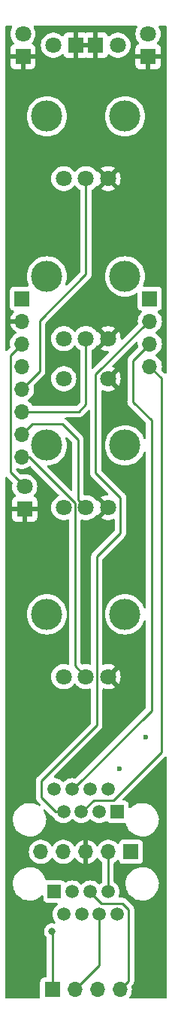
<source format=gbr>
%TF.GenerationSoftware,KiCad,Pcbnew,7.0.7*%
%TF.CreationDate,2023-08-21T16:48:37+01:00*%
%TF.ProjectId,QuadEnv_Controls_2,51756164-456e-4765-9f43-6f6e74726f6c,rev?*%
%TF.SameCoordinates,Original*%
%TF.FileFunction,Copper,L1,Top*%
%TF.FilePolarity,Positive*%
%FSLAX46Y46*%
G04 Gerber Fmt 4.6, Leading zero omitted, Abs format (unit mm)*
G04 Created by KiCad (PCBNEW 7.0.7) date 2023-08-21 16:48:37*
%MOMM*%
%LPD*%
G01*
G04 APERTURE LIST*
%TA.AperFunction,ComponentPad*%
%ADD10R,1.700000X1.700000*%
%TD*%
%TA.AperFunction,ComponentPad*%
%ADD11O,1.700000X1.700000*%
%TD*%
%TA.AperFunction,ComponentPad*%
%ADD12R,1.800000X1.800000*%
%TD*%
%TA.AperFunction,ComponentPad*%
%ADD13C,1.800000*%
%TD*%
%TA.AperFunction,WasherPad*%
%ADD14C,3.500000*%
%TD*%
%TA.AperFunction,ComponentPad*%
%ADD15C,1.500000*%
%TD*%
%TA.AperFunction,ComponentPad*%
%ADD16R,1.500000X1.500000*%
%TD*%
%TA.AperFunction,ViaPad*%
%ADD17C,0.600000*%
%TD*%
%TA.AperFunction,ViaPad*%
%ADD18C,0.800000*%
%TD*%
%TA.AperFunction,Conductor*%
%ADD19C,0.250000*%
%TD*%
G04 APERTURE END LIST*
D10*
%TO.P,J1,1,Pin_1*%
%TO.N,+3.3VA*%
X52200000Y-75000000D03*
D11*
%TO.P,J1,2,Pin_2*%
%TO.N,GND*%
X52200000Y-77540000D03*
%TO.P,J1,3,Pin_3*%
%TO.N,/Mode_Led*%
X52200000Y-80080000D03*
%TO.P,J1,4,Pin_4*%
%TO.N,/Mode_Btn*%
X52200000Y-82620000D03*
%TO.P,J1,5,Pin_5*%
%TO.N,/Attack_Pot*%
X52200000Y-85160000D03*
%TO.P,J1,6,Pin_6*%
%TO.N,/Decay_Pot*%
X52200000Y-87700000D03*
%TO.P,J1,7,Pin_7*%
%TO.N,/Sustain_Pot*%
X52200000Y-90240000D03*
%TO.P,J1,8,Pin_8*%
%TO.N,/Release_Pot*%
X52200000Y-92780000D03*
%TD*%
D10*
%TO.P,J3,1,Pin_1*%
%TO.N,/Led2_Out*%
X64480000Y-137200000D03*
D11*
%TO.P,J3,2,Pin_2*%
%TO.N,/Env2_Out*%
X61940000Y-137200000D03*
%TO.P,J3,3,Pin_3*%
%TO.N,GND*%
X59400000Y-137200000D03*
%TO.P,J3,4,Pin_4*%
%TO.N,/Led1_Out*%
X56860000Y-137200000D03*
%TO.P,J3,5,Pin_5*%
%TO.N,/Env1_Out*%
X54320000Y-137200000D03*
%TD*%
D10*
%TO.P,J4,1,Pin_1*%
%TO.N,/Led3_Out*%
X55600000Y-152700000D03*
D11*
%TO.P,J4,2,Pin_2*%
%TO.N,/Env3_Out*%
X58140000Y-152700000D03*
%TO.P,J4,3,Pin_3*%
%TO.N,/Led4_Out*%
X60680000Y-152700000D03*
%TO.P,J4,4,Pin_4*%
%TO.N,/Env4_Out*%
X63220000Y-152700000D03*
%TD*%
D10*
%TO.P,J2,1,Pin_1*%
%TO.N,/Gate1_In*%
X66600000Y-75000000D03*
D11*
%TO.P,J2,2,Pin_2*%
%TO.N,/Gate2_In*%
X66600000Y-77540000D03*
%TO.P,J2,3,Pin_3*%
%TO.N,/Gate3_In*%
X66600000Y-80080000D03*
%TO.P,J2,4,Pin_4*%
%TO.N,/Gate4_In*%
X66600000Y-82620000D03*
%TD*%
D12*
%TO.P,D2,1,K*%
%TO.N,GND*%
X60480000Y-46500000D03*
D13*
%TO.P,D2,2,A*%
%TO.N,/Led2_Out*%
X63020000Y-46500000D03*
%TD*%
D12*
%TO.P,D1,1,K*%
%TO.N,GND*%
X66400000Y-47770000D03*
D13*
%TO.P,D1,2,A*%
%TO.N,/Led1_Out*%
X66400000Y-45230000D03*
%TD*%
D14*
%TO.P,RV4,*%
%TO.N,*%
X63800000Y-110500000D03*
X55000000Y-110500000D03*
D13*
%TO.P,RV4,1,1*%
%TO.N,+3.3VA*%
X56900000Y-117500000D03*
%TO.P,RV4,2,2*%
%TO.N,/Release_Pot*%
X59400000Y-117500000D03*
%TO.P,RV4,3,3*%
%TO.N,GND*%
X61900000Y-117500000D03*
%TD*%
D14*
%TO.P,RV3,*%
%TO.N,*%
X63800000Y-91500000D03*
X55000000Y-91500000D03*
D13*
%TO.P,RV3,1,1*%
%TO.N,+3.3VA*%
X56900000Y-98500000D03*
%TO.P,RV3,2,2*%
%TO.N,/Sustain_Pot*%
X59400000Y-98500000D03*
%TO.P,RV3,3,3*%
%TO.N,GND*%
X61900000Y-98500000D03*
%TO.P,RV3,4,1*%
X61900000Y-84000000D03*
%TO.P,RV3,5,2*%
%TO.N,/Mode_Btn*%
X56900000Y-84000000D03*
%TD*%
D12*
%TO.P,D4,1,K*%
%TO.N,GND*%
X52300000Y-47770000D03*
D13*
%TO.P,D4,2,A*%
%TO.N,/Led4_Out*%
X52300000Y-45230000D03*
%TD*%
D12*
%TO.P,D5,1,K*%
%TO.N,GND*%
X52500000Y-98670000D03*
D13*
%TO.P,D5,2,A*%
%TO.N,/Mode_Led*%
X52500000Y-96130000D03*
%TD*%
D15*
%TO.P,J6,1*%
%TO.N,/Env1_Out*%
X62960000Y-144230000D03*
%TO.P,J6,2*%
%TO.N,/Env2_Out*%
X61930000Y-141690000D03*
%TO.P,J6,3*%
%TO.N,/Env3_Out*%
X60930000Y-144230000D03*
%TO.P,J6,4*%
%TO.N,/Env4_Out*%
X59910000Y-141690000D03*
%TO.P,J6,5*%
%TO.N,unconnected-(J6-Pad5)*%
X58900000Y-144230000D03*
%TO.P,J6,6*%
%TO.N,unconnected-(J6-Pad6)*%
X57880000Y-141690000D03*
%TO.P,J6,7*%
%TO.N,unconnected-(J6-Pad7)*%
X56870000Y-144230000D03*
D16*
%TO.P,J6,8*%
%TO.N,unconnected-(J6-Pad8)*%
X55850000Y-141690000D03*
%TD*%
D14*
%TO.P,RV2,*%
%TO.N,*%
X63800000Y-72500000D03*
X55000000Y-72500000D03*
D13*
%TO.P,RV2,1,1*%
%TO.N,+3.3VA*%
X56900000Y-79500000D03*
%TO.P,RV2,2,2*%
%TO.N,/Decay_Pot*%
X59400000Y-79500000D03*
%TO.P,RV2,3,3*%
%TO.N,GND*%
X61900000Y-79500000D03*
%TD*%
D12*
%TO.P,D3,1,K*%
%TO.N,GND*%
X58270000Y-46500000D03*
D13*
%TO.P,D3,2,A*%
%TO.N,/Led3_Out*%
X55730000Y-46500000D03*
%TD*%
D14*
%TO.P,RV1,*%
%TO.N,*%
X63800000Y-54500000D03*
X55000000Y-54500000D03*
D13*
%TO.P,RV1,1,1*%
%TO.N,+3.3VA*%
X56900000Y-61500000D03*
%TO.P,RV1,2,2*%
%TO.N,/Attack_Pot*%
X59400000Y-61500000D03*
%TO.P,RV1,3,3*%
%TO.N,GND*%
X61900000Y-61500000D03*
%TD*%
D15*
%TO.P,J5,1*%
%TO.N,/Gate1_In*%
X55840000Y-130170000D03*
%TO.P,J5,2*%
%TO.N,/Gate2_In*%
X56870000Y-132710000D03*
%TO.P,J5,3*%
%TO.N,/Gate3_In*%
X57870000Y-130170000D03*
%TO.P,J5,4*%
%TO.N,/Gate4_In*%
X58890000Y-132710000D03*
%TO.P,J5,5*%
%TO.N,unconnected-(J5-Pad5)*%
X59900000Y-130170000D03*
%TO.P,J5,6*%
%TO.N,unconnected-(J5-Pad6)*%
X60920000Y-132710000D03*
%TO.P,J5,7*%
%TO.N,unconnected-(J5-Pad7)*%
X61930000Y-130170000D03*
D16*
%TO.P,J5,8*%
%TO.N,unconnected-(J5-Pad8)*%
X62950000Y-132710000D03*
%TD*%
D17*
%TO.N,GND*%
X66300000Y-69900000D03*
X52700000Y-62000000D03*
X55800000Y-64500000D03*
X57600000Y-70100000D03*
X54900000Y-85700000D03*
X56700000Y-94100000D03*
X56900000Y-103300000D03*
X64800000Y-103900000D03*
X64900000Y-96400000D03*
X53100000Y-114600000D03*
X52700000Y-127200000D03*
X66100000Y-130300000D03*
%TO.N,*%
X66100000Y-124300000D03*
X63200000Y-127900000D03*
%TO.N,GND*%
X51400000Y-145400000D03*
X51400000Y-152700000D03*
X66900000Y-143200000D03*
X67200000Y-152700000D03*
D18*
X63400000Y-82300000D03*
X64200000Y-88200000D03*
%TO.N,/Led3_Out*%
X55585785Y-146164215D03*
%TD*%
D19*
%TO.N,/Led3_Out*%
X55600000Y-146178430D02*
X55585785Y-146164215D01*
X55600000Y-152700000D02*
X55600000Y-146178430D01*
%TO.N,/Attack_Pot*%
X59400000Y-72280000D02*
X54190000Y-77490000D01*
X54190000Y-77490000D02*
X54190000Y-83170000D01*
X54190000Y-83170000D02*
X52200000Y-85160000D01*
X59400000Y-61500000D02*
X59400000Y-72280000D01*
%TO.N,/Decay_Pot*%
X58600000Y-87700000D02*
X52200000Y-87700000D01*
X59400000Y-79500000D02*
X59400000Y-86900000D01*
X59400000Y-86900000D02*
X58600000Y-87700000D01*
%TO.N,/Release_Pot*%
X58175000Y-97975000D02*
X58175000Y-116275000D01*
X58175000Y-116275000D02*
X59400000Y-117500000D01*
X52200000Y-92780000D02*
X52980000Y-92780000D01*
X52980000Y-92780000D02*
X58175000Y-97975000D01*
%TO.N,/Sustain_Pot*%
X58500000Y-97600000D02*
X58500000Y-90860000D01*
X58500000Y-90860000D02*
X56740000Y-89100000D01*
X59400000Y-98500000D02*
X58500000Y-97600000D01*
X56740000Y-89100000D02*
X53340000Y-89100000D01*
X53340000Y-89100000D02*
X52200000Y-90240000D01*
%TO.N,/Env2_Out*%
X61900000Y-137240000D02*
X61900000Y-141640000D01*
X61940000Y-137200000D02*
X61900000Y-137240000D01*
%TO.N,/Gate2_In*%
X60625000Y-104000000D02*
X63300000Y-101325000D01*
X60500000Y-83500000D02*
X66460000Y-77540000D01*
X60500000Y-94575000D02*
X60500000Y-83500000D01*
X54400000Y-131100000D02*
X54400000Y-129200000D01*
X56950000Y-132710000D02*
X56010000Y-132710000D01*
X63300000Y-101325000D02*
X63300000Y-97375000D01*
X66460000Y-77540000D02*
X66600000Y-77540000D01*
X54400000Y-129200000D02*
X60625000Y-122975000D01*
X60625000Y-122975000D02*
X60625000Y-104000000D01*
X63300000Y-97375000D02*
X60500000Y-94575000D01*
X56010000Y-132710000D02*
X54400000Y-131100000D01*
%TO.N,/Gate3_In*%
X66800000Y-88700000D02*
X64700000Y-86600000D01*
X64700000Y-86600000D02*
X64700000Y-81980000D01*
X57950000Y-130170000D02*
X66800000Y-121320000D01*
X66800000Y-121320000D02*
X66800000Y-88700000D01*
X64700000Y-81980000D02*
X66600000Y-80080000D01*
%TO.N,/Gate4_In*%
X67900000Y-83920000D02*
X67900000Y-126000000D01*
X67900000Y-126000000D02*
X62500000Y-131400000D01*
X66600000Y-82620000D02*
X67900000Y-83920000D01*
X60280000Y-131400000D02*
X58970000Y-132710000D01*
X62500000Y-131400000D02*
X60280000Y-131400000D01*
%TO.N,/Env3_Out*%
X58140000Y-152700000D02*
X60900000Y-149940000D01*
X60900000Y-144260000D02*
X60930000Y-144230000D01*
X60900000Y-149940000D02*
X60900000Y-144260000D01*
%TO.N,/Env4_Out*%
X63220000Y-152700000D02*
X64200000Y-151720000D01*
X63500000Y-143000000D02*
X61140000Y-143000000D01*
X61140000Y-143000000D02*
X59830000Y-141690000D01*
X64200000Y-143700000D02*
X63500000Y-143000000D01*
X64200000Y-151720000D02*
X64200000Y-143700000D01*
%TO.N,/Mode_Led*%
X50900000Y-81380000D02*
X52200000Y-80080000D01*
X50900000Y-94530000D02*
X50900000Y-81380000D01*
X52500000Y-96130000D02*
X50900000Y-94530000D01*
%TD*%
%TA.AperFunction,Conductor*%
%TO.N,GND*%
G36*
X53150743Y-93854838D02*
G01*
X53181542Y-93877446D01*
X56327983Y-97023887D01*
X56362009Y-97086199D01*
X56356944Y-97157014D01*
X56314397Y-97213850D01*
X56298858Y-97223796D01*
X56126981Y-97316811D01*
X55942778Y-97460182D01*
X55942774Y-97460186D01*
X55784685Y-97631916D01*
X55657015Y-97827331D01*
X55563252Y-98041089D01*
X55563249Y-98041096D01*
X55505950Y-98267366D01*
X55505949Y-98267372D01*
X55505949Y-98267374D01*
X55486673Y-98500000D01*
X55504876Y-98719681D01*
X55505950Y-98732633D01*
X55563249Y-98958903D01*
X55563252Y-98958910D01*
X55657015Y-99172668D01*
X55784685Y-99368083D01*
X55942774Y-99539813D01*
X55942778Y-99539817D01*
X56008650Y-99591087D01*
X56126983Y-99683190D01*
X56332273Y-99794287D01*
X56553049Y-99870080D01*
X56783288Y-99908500D01*
X56783292Y-99908500D01*
X57016708Y-99908500D01*
X57016712Y-99908500D01*
X57246951Y-99870080D01*
X57374591Y-99826260D01*
X57445511Y-99823060D01*
X57506907Y-99858712D01*
X57539282Y-99921898D01*
X57541500Y-99945434D01*
X57541500Y-116054565D01*
X57521498Y-116122686D01*
X57467842Y-116169179D01*
X57397568Y-116179283D01*
X57374588Y-116173738D01*
X57246955Y-116129921D01*
X57246948Y-116129919D01*
X57148411Y-116113476D01*
X57016712Y-116091500D01*
X56783288Y-116091500D01*
X56668066Y-116110727D01*
X56553051Y-116129919D01*
X56553044Y-116129921D01*
X56332276Y-116205711D01*
X56332273Y-116205713D01*
X56126985Y-116316809D01*
X56126983Y-116316810D01*
X55942778Y-116460182D01*
X55942774Y-116460186D01*
X55784685Y-116631916D01*
X55657015Y-116827331D01*
X55563252Y-117041089D01*
X55563249Y-117041096D01*
X55505950Y-117267366D01*
X55505949Y-117267372D01*
X55505949Y-117267374D01*
X55486673Y-117500000D01*
X55505581Y-117728188D01*
X55505950Y-117732633D01*
X55563249Y-117958903D01*
X55563252Y-117958910D01*
X55657015Y-118172668D01*
X55784685Y-118368083D01*
X55942774Y-118539813D01*
X55942778Y-118539817D01*
X56008650Y-118591087D01*
X56126983Y-118683190D01*
X56332273Y-118794287D01*
X56553049Y-118870080D01*
X56783288Y-118908500D01*
X56783292Y-118908500D01*
X57016708Y-118908500D01*
X57016712Y-118908500D01*
X57246951Y-118870080D01*
X57467727Y-118794287D01*
X57673017Y-118683190D01*
X57857220Y-118539818D01*
X58015314Y-118368083D01*
X58044517Y-118323383D01*
X58098519Y-118277296D01*
X58168867Y-118267720D01*
X58233225Y-118297696D01*
X58255481Y-118323382D01*
X58284686Y-118368083D01*
X58284687Y-118368084D01*
X58442774Y-118539813D01*
X58442778Y-118539817D01*
X58508650Y-118591087D01*
X58626983Y-118683190D01*
X58832273Y-118794287D01*
X59053049Y-118870080D01*
X59283288Y-118908500D01*
X59283292Y-118908500D01*
X59516708Y-118908500D01*
X59516712Y-118908500D01*
X59746951Y-118870080D01*
X59824588Y-118843426D01*
X59895512Y-118840227D01*
X59956908Y-118875879D01*
X59989282Y-118939064D01*
X59991500Y-118962600D01*
X59991500Y-122660404D01*
X59971498Y-122728525D01*
X59954595Y-122749499D01*
X54011336Y-128692757D01*
X53998901Y-128702721D01*
X53999089Y-128702948D01*
X53992980Y-128708001D01*
X53945016Y-128759078D01*
X53923866Y-128780227D01*
X53919560Y-128785777D01*
X53915714Y-128790279D01*
X53883417Y-128824674D01*
X53883411Y-128824683D01*
X53873651Y-128842435D01*
X53862803Y-128858950D01*
X53850386Y-128874958D01*
X53831645Y-128918264D01*
X53829034Y-128923594D01*
X53806305Y-128964939D01*
X53806303Y-128964944D01*
X53801267Y-128984559D01*
X53794864Y-129003262D01*
X53786819Y-129021852D01*
X53779437Y-129068456D01*
X53778233Y-129074268D01*
X53766500Y-129119968D01*
X53766500Y-129140223D01*
X53764949Y-129159933D01*
X53761780Y-129179942D01*
X53761780Y-129179943D01*
X53766220Y-129226917D01*
X53766500Y-129232850D01*
X53766500Y-131016146D01*
X53764751Y-131031988D01*
X53765044Y-131032016D01*
X53764298Y-131039907D01*
X53766500Y-131109957D01*
X53766500Y-131139851D01*
X53766501Y-131139872D01*
X53767378Y-131146820D01*
X53767844Y-131152732D01*
X53769326Y-131199888D01*
X53769327Y-131199893D01*
X53774977Y-131219339D01*
X53778986Y-131238697D01*
X53781525Y-131258793D01*
X53781526Y-131258799D01*
X53798893Y-131302662D01*
X53800816Y-131308279D01*
X53813982Y-131353593D01*
X53824294Y-131371031D01*
X53832988Y-131388779D01*
X53840444Y-131407609D01*
X53840450Y-131407620D01*
X53868177Y-131445783D01*
X53871437Y-131450746D01*
X53895460Y-131491365D01*
X53909779Y-131505684D01*
X53922617Y-131520714D01*
X53924191Y-131522880D01*
X53934528Y-131537107D01*
X53962794Y-131560491D01*
X53970886Y-131567185D01*
X53975267Y-131571171D01*
X54117888Y-131713792D01*
X54250239Y-131846143D01*
X54284265Y-131908455D01*
X54279200Y-131979270D01*
X54236653Y-132036106D01*
X54170133Y-132060917D01*
X54100759Y-132045826D01*
X54091621Y-132040322D01*
X53970359Y-131960096D01*
X53866399Y-131911362D01*
X53721779Y-131843567D01*
X53562223Y-131795564D01*
X53458875Y-131764471D01*
X53187272Y-131724500D01*
X53187269Y-131724500D01*
X52981453Y-131724500D01*
X52981451Y-131724500D01*
X52776191Y-131739523D01*
X52508231Y-131799214D01*
X52508219Y-131799218D01*
X52251801Y-131897289D01*
X52012397Y-132031649D01*
X52012393Y-132031651D01*
X51795094Y-132199444D01*
X51795093Y-132199445D01*
X51604548Y-132397081D01*
X51444807Y-132620358D01*
X51444803Y-132620364D01*
X51319270Y-132864524D01*
X51230631Y-133124348D01*
X51230628Y-133124361D01*
X51180764Y-133394317D01*
X51180763Y-133394328D01*
X51170738Y-133668680D01*
X51200762Y-133941566D01*
X51270204Y-134207184D01*
X51324724Y-134335479D01*
X51377577Y-134459852D01*
X51520595Y-134694196D01*
X51696209Y-134905218D01*
X51696211Y-134905220D01*
X51696213Y-134905222D01*
X51900666Y-135088414D01*
X51900672Y-135088419D01*
X51900677Y-135088423D01*
X52129641Y-135239904D01*
X52378221Y-135356433D01*
X52641119Y-135435527D01*
X52641122Y-135435527D01*
X52641124Y-135435528D01*
X52912727Y-135475500D01*
X52912731Y-135475500D01*
X53118549Y-135475500D01*
X53150967Y-135473127D01*
X53323805Y-135460477D01*
X53591775Y-135400784D01*
X53848198Y-135302711D01*
X54087609Y-135168347D01*
X54304904Y-135000557D01*
X54495454Y-134802916D01*
X54655196Y-134579637D01*
X54780727Y-134335479D01*
X54780727Y-134335478D01*
X54780729Y-134335475D01*
X54869368Y-134075651D01*
X54869370Y-134075646D01*
X54919236Y-133805674D01*
X54929262Y-133531320D01*
X54908393Y-133341652D01*
X54899237Y-133258433D01*
X54864184Y-133124354D01*
X54829796Y-132992818D01*
X54722423Y-132740148D01*
X54649320Y-132620364D01*
X54612114Y-132559399D01*
X54593701Y-132490832D01*
X54615281Y-132423195D01*
X54670003Y-132377962D01*
X54740493Y-132369494D01*
X54804371Y-132400480D01*
X54808730Y-132404634D01*
X55502760Y-133098664D01*
X55512720Y-133111097D01*
X55512947Y-133110910D01*
X55517999Y-133117017D01*
X55569079Y-133164984D01*
X55590223Y-133186129D01*
X55590227Y-133186132D01*
X55590230Y-133186135D01*
X55595782Y-133190442D01*
X55600269Y-133194273D01*
X55622959Y-133215581D01*
X55634677Y-133226585D01*
X55634679Y-133226586D01*
X55652428Y-133236343D01*
X55668954Y-133247199D01*
X55684956Y-133259612D01*
X55684961Y-133259615D01*
X55707090Y-133269191D01*
X55761665Y-133314602D01*
X55771243Y-133331575D01*
X55775939Y-133341646D01*
X55775943Y-133341652D01*
X55775944Y-133341654D01*
X55812826Y-133394326D01*
X55902251Y-133522038D01*
X55902254Y-133522042D01*
X56057957Y-133677745D01*
X56057961Y-133677748D01*
X56057962Y-133677749D01*
X56238346Y-133804056D01*
X56437924Y-133897120D01*
X56650629Y-133954115D01*
X56870000Y-133973307D01*
X57089371Y-133954115D01*
X57302076Y-133897120D01*
X57501654Y-133804056D01*
X57682038Y-133677749D01*
X57691107Y-133668680D01*
X57790905Y-133568883D01*
X57853217Y-133534857D01*
X57924032Y-133539922D01*
X57969095Y-133568883D01*
X58077957Y-133677745D01*
X58077961Y-133677748D01*
X58077962Y-133677749D01*
X58258346Y-133804056D01*
X58457924Y-133897120D01*
X58670629Y-133954115D01*
X58890000Y-133973307D01*
X59109371Y-133954115D01*
X59322076Y-133897120D01*
X59521654Y-133804056D01*
X59702038Y-133677749D01*
X59711107Y-133668680D01*
X59815905Y-133563883D01*
X59878217Y-133529857D01*
X59949032Y-133534922D01*
X59994095Y-133563883D01*
X60107957Y-133677745D01*
X60107961Y-133677748D01*
X60107962Y-133677749D01*
X60288346Y-133804056D01*
X60487924Y-133897120D01*
X60700629Y-133954115D01*
X60920000Y-133973307D01*
X61139371Y-133954115D01*
X61352076Y-133897120D01*
X61551654Y-133804056D01*
X61629277Y-133749703D01*
X61696549Y-133727016D01*
X61765409Y-133744301D01*
X61802413Y-133777407D01*
X61836739Y-133823260D01*
X61836739Y-133823261D01*
X61953792Y-133910887D01*
X61953794Y-133910888D01*
X61953796Y-133910889D01*
X62012875Y-133932924D01*
X62090795Y-133961988D01*
X62090803Y-133961990D01*
X62151350Y-133968499D01*
X62151355Y-133968499D01*
X62151362Y-133968500D01*
X62151368Y-133968500D01*
X63748632Y-133968500D01*
X63748638Y-133968500D01*
X63795534Y-133963458D01*
X63865402Y-133976063D01*
X63917364Y-134024441D01*
X63930906Y-134056866D01*
X63970204Y-134207184D01*
X64024724Y-134335479D01*
X64077577Y-134459852D01*
X64220595Y-134694196D01*
X64396209Y-134905218D01*
X64396211Y-134905220D01*
X64396213Y-134905222D01*
X64600666Y-135088414D01*
X64600672Y-135088419D01*
X64600677Y-135088423D01*
X64829641Y-135239904D01*
X65078221Y-135356433D01*
X65341119Y-135435527D01*
X65341122Y-135435527D01*
X65341124Y-135435528D01*
X65612727Y-135475500D01*
X65612731Y-135475500D01*
X65818549Y-135475500D01*
X65850967Y-135473127D01*
X66023805Y-135460477D01*
X66291775Y-135400784D01*
X66548198Y-135302711D01*
X66787609Y-135168347D01*
X67004904Y-135000557D01*
X67195454Y-134802916D01*
X67355196Y-134579637D01*
X67480727Y-134335479D01*
X67480727Y-134335478D01*
X67480729Y-134335475D01*
X67569368Y-134075651D01*
X67569370Y-134075646D01*
X67619236Y-133805674D01*
X67629262Y-133531320D01*
X67608393Y-133341652D01*
X67599237Y-133258433D01*
X67564184Y-133124354D01*
X67529796Y-132992818D01*
X67422423Y-132740148D01*
X67279405Y-132505804D01*
X67103791Y-132294782D01*
X67103787Y-132294779D01*
X67103786Y-132294777D01*
X66899333Y-132111585D01*
X66899320Y-132111575D01*
X66670359Y-131960096D01*
X66566399Y-131911362D01*
X66421779Y-131843567D01*
X66262223Y-131795564D01*
X66158875Y-131764471D01*
X65887272Y-131724500D01*
X65887269Y-131724500D01*
X65681453Y-131724500D01*
X65681451Y-131724500D01*
X65476191Y-131739523D01*
X65208231Y-131799214D01*
X65208219Y-131799218D01*
X64951801Y-131897289D01*
X64712397Y-132031649D01*
X64712393Y-132031651D01*
X64495094Y-132199444D01*
X64495093Y-132199445D01*
X64425207Y-132271932D01*
X64363527Y-132307089D01*
X64292630Y-132303318D01*
X64235027Y-132261816D01*
X64209006Y-132195760D01*
X64208500Y-132184478D01*
X64208500Y-131911367D01*
X64208499Y-131911350D01*
X64201990Y-131850803D01*
X64201988Y-131850795D01*
X64150889Y-131713797D01*
X64150887Y-131713792D01*
X64063261Y-131596738D01*
X63946207Y-131509112D01*
X63946202Y-131509110D01*
X63809204Y-131458011D01*
X63809196Y-131458009D01*
X63748649Y-131451500D01*
X63748638Y-131451500D01*
X63648594Y-131451500D01*
X63580473Y-131431498D01*
X63533980Y-131377842D01*
X63523876Y-131307568D01*
X63553370Y-131242988D01*
X63559499Y-131236405D01*
X68284405Y-126511498D01*
X68346717Y-126477472D01*
X68417532Y-126482537D01*
X68474368Y-126525084D01*
X68499179Y-126591604D01*
X68499500Y-126600593D01*
X68499500Y-153573500D01*
X68479498Y-153641621D01*
X68425842Y-153688114D01*
X68373500Y-153699500D01*
X64422558Y-153699500D01*
X64354437Y-153679498D01*
X64307944Y-153625842D01*
X64297840Y-153555568D01*
X64317075Y-153504585D01*
X64336144Y-153475397D01*
X64418860Y-153348791D01*
X64509296Y-153142616D01*
X64564564Y-152924368D01*
X64583156Y-152700000D01*
X64564564Y-152475632D01*
X64536817Y-152366062D01*
X64539484Y-152295116D01*
X64569864Y-152246038D01*
X64588657Y-152227245D01*
X64601092Y-152217284D01*
X64600905Y-152217057D01*
X64607009Y-152212005D01*
X64607018Y-152212000D01*
X64654999Y-152160904D01*
X64676134Y-152139770D01*
X64680429Y-152134232D01*
X64684271Y-152129731D01*
X64716586Y-152095321D01*
X64726345Y-152077567D01*
X64737197Y-152061046D01*
X64749613Y-152045041D01*
X64768347Y-152001748D01*
X64770961Y-151996412D01*
X64793694Y-151955061D01*
X64793695Y-151955060D01*
X64798733Y-151935435D01*
X64805138Y-151916730D01*
X64813181Y-151898145D01*
X64820561Y-151851547D01*
X64821762Y-151845740D01*
X64833500Y-151800030D01*
X64833500Y-151779775D01*
X64835051Y-151760063D01*
X64838220Y-151740057D01*
X64833778Y-151693069D01*
X64833500Y-151687170D01*
X64833500Y-143783848D01*
X64835249Y-143768012D01*
X64834955Y-143767985D01*
X64835701Y-143760092D01*
X64833500Y-143690059D01*
X64833500Y-143660151D01*
X64833500Y-143660144D01*
X64832620Y-143653185D01*
X64832155Y-143647280D01*
X64830673Y-143600110D01*
X64825022Y-143580663D01*
X64821012Y-143561300D01*
X64818474Y-143541203D01*
X64801100Y-143497323D01*
X64799184Y-143491725D01*
X64786018Y-143446406D01*
X64775700Y-143428961D01*
X64767005Y-143411209D01*
X64764577Y-143405077D01*
X64759552Y-143392383D01*
X64759550Y-143392379D01*
X64731818Y-143354210D01*
X64728562Y-143349253D01*
X64704542Y-143308637D01*
X64704540Y-143308635D01*
X64704540Y-143308634D01*
X64690218Y-143294312D01*
X64677377Y-143279279D01*
X64665471Y-143262892D01*
X64658029Y-143256735D01*
X64629108Y-143232810D01*
X64624736Y-143228831D01*
X64007244Y-142611339D01*
X63997279Y-142598901D01*
X63997052Y-142599090D01*
X63992001Y-142592984D01*
X63992000Y-142592982D01*
X63940921Y-142545016D01*
X63939787Y-142543882D01*
X63919777Y-142523871D01*
X63919772Y-142523866D01*
X63914225Y-142519563D01*
X63909717Y-142515712D01*
X63875325Y-142483417D01*
X63875319Y-142483413D01*
X63857563Y-142473651D01*
X63841047Y-142462802D01*
X63825041Y-142450386D01*
X63794289Y-142437078D01*
X63781740Y-142431648D01*
X63776408Y-142429036D01*
X63735061Y-142406305D01*
X63715436Y-142401266D01*
X63696736Y-142394864D01*
X63678145Y-142386819D01*
X63678143Y-142386818D01*
X63678142Y-142386818D01*
X63631542Y-142379437D01*
X63625729Y-142378233D01*
X63580030Y-142366500D01*
X63559776Y-142366500D01*
X63540066Y-142364949D01*
X63520057Y-142361780D01*
X63520056Y-142361780D01*
X63473083Y-142366220D01*
X63467150Y-142366500D01*
X63200924Y-142366500D01*
X63132803Y-142346498D01*
X63086310Y-142292842D01*
X63076206Y-142222568D01*
X63086729Y-142187250D01*
X63117120Y-142122076D01*
X63174115Y-141909371D01*
X63193307Y-141690000D01*
X63174115Y-141470629D01*
X63117120Y-141257924D01*
X63024056Y-141058347D01*
X62897749Y-140877962D01*
X62888467Y-140868680D01*
X63870738Y-140868680D01*
X63900762Y-141141566D01*
X63970204Y-141407184D01*
X64024724Y-141535479D01*
X64077577Y-141659852D01*
X64220595Y-141894196D01*
X64396209Y-142105218D01*
X64396211Y-142105220D01*
X64396213Y-142105222D01*
X64600666Y-142288414D01*
X64600672Y-142288419D01*
X64600677Y-142288423D01*
X64829641Y-142439904D01*
X65078221Y-142556433D01*
X65341119Y-142635527D01*
X65341122Y-142635527D01*
X65341124Y-142635528D01*
X65612727Y-142675500D01*
X65612731Y-142675500D01*
X65818549Y-142675500D01*
X65850967Y-142673127D01*
X66023805Y-142660477D01*
X66291775Y-142600784D01*
X66548198Y-142502711D01*
X66787609Y-142368347D01*
X67004904Y-142200557D01*
X67195454Y-142002916D01*
X67355196Y-141779637D01*
X67480727Y-141535479D01*
X67480727Y-141535478D01*
X67480729Y-141535475D01*
X67569368Y-141275651D01*
X67569370Y-141275646D01*
X67619236Y-141005674D01*
X67629262Y-140731320D01*
X67612254Y-140576739D01*
X67599237Y-140458433D01*
X67564184Y-140324354D01*
X67529796Y-140192818D01*
X67422423Y-139940148D01*
X67279405Y-139705804D01*
X67103791Y-139494782D01*
X67103787Y-139494779D01*
X67103786Y-139494777D01*
X66899333Y-139311585D01*
X66899320Y-139311575D01*
X66670359Y-139160096D01*
X66670358Y-139160095D01*
X66421779Y-139043567D01*
X66262223Y-138995564D01*
X66158875Y-138964471D01*
X65887272Y-138924500D01*
X65887269Y-138924500D01*
X65681453Y-138924500D01*
X65681451Y-138924500D01*
X65476191Y-138939523D01*
X65208231Y-138999214D01*
X65208219Y-138999218D01*
X64951801Y-139097289D01*
X64712397Y-139231649D01*
X64712393Y-139231651D01*
X64495094Y-139399444D01*
X64495093Y-139399445D01*
X64304548Y-139597081D01*
X64144807Y-139820358D01*
X64144803Y-139820364D01*
X64019270Y-140064524D01*
X63930631Y-140324348D01*
X63930628Y-140324361D01*
X63880764Y-140594317D01*
X63880763Y-140594328D01*
X63870738Y-140868680D01*
X62888467Y-140868680D01*
X62742038Y-140722251D01*
X62701400Y-140693796D01*
X62587229Y-140613852D01*
X62542901Y-140558395D01*
X62533500Y-140510639D01*
X62533500Y-138498567D01*
X62553502Y-138430446D01*
X62599530Y-138387754D01*
X62685576Y-138341189D01*
X62863240Y-138202906D01*
X62924245Y-138136637D01*
X62985096Y-138100067D01*
X63056061Y-138102200D01*
X63114606Y-138142362D01*
X63135000Y-138177941D01*
X63179111Y-138296204D01*
X63179112Y-138296207D01*
X63266738Y-138413261D01*
X63383792Y-138500887D01*
X63383794Y-138500888D01*
X63383796Y-138500889D01*
X63437600Y-138520957D01*
X63520795Y-138551988D01*
X63520803Y-138551990D01*
X63581350Y-138558499D01*
X63581355Y-138558499D01*
X63581362Y-138558500D01*
X63581368Y-138558500D01*
X65378632Y-138558500D01*
X65378638Y-138558500D01*
X65378645Y-138558499D01*
X65378649Y-138558499D01*
X65439196Y-138551990D01*
X65439199Y-138551989D01*
X65439201Y-138551989D01*
X65576204Y-138500889D01*
X65637139Y-138455274D01*
X65693261Y-138413261D01*
X65780887Y-138296207D01*
X65780887Y-138296206D01*
X65780889Y-138296204D01*
X65831989Y-138159201D01*
X65833800Y-138142362D01*
X65838499Y-138098649D01*
X65838500Y-138098632D01*
X65838500Y-136301367D01*
X65838499Y-136301350D01*
X65831990Y-136240803D01*
X65831988Y-136240795D01*
X65780889Y-136103797D01*
X65780887Y-136103792D01*
X65693261Y-135986738D01*
X65576207Y-135899112D01*
X65576202Y-135899110D01*
X65439204Y-135848011D01*
X65439196Y-135848009D01*
X65378649Y-135841500D01*
X65378638Y-135841500D01*
X63581362Y-135841500D01*
X63581350Y-135841500D01*
X63520803Y-135848009D01*
X63520795Y-135848011D01*
X63383797Y-135899110D01*
X63383792Y-135899112D01*
X63266738Y-135986738D01*
X63179112Y-136103792D01*
X63179111Y-136103795D01*
X63135000Y-136222058D01*
X63092453Y-136278893D01*
X63025932Y-136303703D01*
X62956558Y-136288611D01*
X62924246Y-136263363D01*
X62863240Y-136197094D01*
X62863239Y-136197093D01*
X62863237Y-136197091D01*
X62743372Y-136103796D01*
X62685576Y-136058811D01*
X62487574Y-135951658D01*
X62487572Y-135951657D01*
X62487571Y-135951656D01*
X62274639Y-135878557D01*
X62274630Y-135878555D01*
X62197029Y-135865606D01*
X62052569Y-135841500D01*
X61827431Y-135841500D01*
X61682971Y-135865606D01*
X61605369Y-135878555D01*
X61605360Y-135878557D01*
X61392428Y-135951656D01*
X61392426Y-135951658D01*
X61194426Y-136058810D01*
X61194424Y-136058811D01*
X61016762Y-136197091D01*
X60864279Y-136362729D01*
X60775183Y-136499101D01*
X60721179Y-136545189D01*
X60650831Y-136554764D01*
X60586474Y-136524786D01*
X60564217Y-136499100D01*
X60475327Y-136363044D01*
X60322902Y-136197465D01*
X60145301Y-136059232D01*
X60145300Y-136059231D01*
X59947371Y-135952117D01*
X59947369Y-135952116D01*
X59734512Y-135879043D01*
X59734501Y-135879040D01*
X59653999Y-135865606D01*
X59654000Y-136585966D01*
X59633998Y-136654087D01*
X59580342Y-136700580D01*
X59510069Y-136710683D01*
X59510068Y-136710683D01*
X59435768Y-136700000D01*
X59435763Y-136700000D01*
X59364237Y-136700000D01*
X59364231Y-136700000D01*
X59289932Y-136710683D01*
X59219658Y-136700580D01*
X59166002Y-136654087D01*
X59146000Y-136585966D01*
X59146000Y-135865607D01*
X59145999Y-135865606D01*
X59065498Y-135879040D01*
X59065487Y-135879043D01*
X58852630Y-135952116D01*
X58852628Y-135952117D01*
X58654699Y-136059231D01*
X58654698Y-136059232D01*
X58477097Y-136197465D01*
X58324670Y-136363045D01*
X58235780Y-136499101D01*
X58181776Y-136545189D01*
X58111428Y-136554764D01*
X58047071Y-136524786D01*
X58024816Y-136499101D01*
X57985884Y-136439511D01*
X57935724Y-136362734D01*
X57935720Y-136362729D01*
X57806221Y-136222058D01*
X57783240Y-136197094D01*
X57783239Y-136197093D01*
X57783237Y-136197091D01*
X57663372Y-136103796D01*
X57605576Y-136058811D01*
X57407574Y-135951658D01*
X57407572Y-135951657D01*
X57407571Y-135951656D01*
X57194639Y-135878557D01*
X57194630Y-135878555D01*
X57117029Y-135865606D01*
X56972569Y-135841500D01*
X56747431Y-135841500D01*
X56602971Y-135865606D01*
X56525369Y-135878555D01*
X56525360Y-135878557D01*
X56312428Y-135951656D01*
X56312426Y-135951658D01*
X56114426Y-136058810D01*
X56114424Y-136058811D01*
X55936762Y-136197091D01*
X55784279Y-136362729D01*
X55695483Y-136498643D01*
X55641479Y-136544731D01*
X55571131Y-136554306D01*
X55506774Y-136524329D01*
X55484517Y-136498643D01*
X55395720Y-136362729D01*
X55266221Y-136222058D01*
X55243240Y-136197094D01*
X55243239Y-136197093D01*
X55243237Y-136197091D01*
X55123372Y-136103796D01*
X55065576Y-136058811D01*
X54867574Y-135951658D01*
X54867572Y-135951657D01*
X54867571Y-135951656D01*
X54654639Y-135878557D01*
X54654630Y-135878555D01*
X54577029Y-135865606D01*
X54432569Y-135841500D01*
X54207431Y-135841500D01*
X54062971Y-135865606D01*
X53985369Y-135878555D01*
X53985360Y-135878557D01*
X53772428Y-135951656D01*
X53772426Y-135951658D01*
X53574426Y-136058810D01*
X53574424Y-136058811D01*
X53396762Y-136197091D01*
X53244279Y-136362729D01*
X53244275Y-136362734D01*
X53121141Y-136551206D01*
X53030703Y-136757386D01*
X53030702Y-136757387D01*
X52975437Y-136975624D01*
X52975436Y-136975630D01*
X52975436Y-136975632D01*
X52956844Y-137200000D01*
X52974232Y-137409844D01*
X52975437Y-137424375D01*
X53030702Y-137642612D01*
X53030703Y-137642613D01*
X53030704Y-137642616D01*
X53105893Y-137814031D01*
X53121141Y-137848793D01*
X53244275Y-138037265D01*
X53244279Y-138037270D01*
X53396762Y-138202908D01*
X53451331Y-138245381D01*
X53574424Y-138341189D01*
X53772426Y-138448342D01*
X53772427Y-138448342D01*
X53772428Y-138448343D01*
X53884227Y-138486723D01*
X53985365Y-138521444D01*
X54207431Y-138558500D01*
X54207435Y-138558500D01*
X54432565Y-138558500D01*
X54432569Y-138558500D01*
X54654635Y-138521444D01*
X54867574Y-138448342D01*
X55065576Y-138341189D01*
X55243240Y-138202906D01*
X55395722Y-138037268D01*
X55395927Y-138036955D01*
X55401115Y-138029012D01*
X55484518Y-137901354D01*
X55538520Y-137855268D01*
X55608868Y-137845692D01*
X55673225Y-137875669D01*
X55695480Y-137901353D01*
X55728607Y-137952058D01*
X55784275Y-138037265D01*
X55784279Y-138037270D01*
X55936762Y-138202908D01*
X55991331Y-138245381D01*
X56114424Y-138341189D01*
X56312426Y-138448342D01*
X56312427Y-138448342D01*
X56312428Y-138448343D01*
X56424227Y-138486723D01*
X56525365Y-138521444D01*
X56747431Y-138558500D01*
X56747435Y-138558500D01*
X56972565Y-138558500D01*
X56972569Y-138558500D01*
X57194635Y-138521444D01*
X57407574Y-138448342D01*
X57605576Y-138341189D01*
X57783240Y-138202906D01*
X57935722Y-138037268D01*
X57935927Y-138036955D01*
X57951122Y-138013695D01*
X58024816Y-137900898D01*
X58078819Y-137854810D01*
X58149167Y-137845235D01*
X58213524Y-137875212D01*
X58235782Y-137900898D01*
X58324674Y-138036958D01*
X58477097Y-138202534D01*
X58654698Y-138340767D01*
X58654699Y-138340768D01*
X58852628Y-138447882D01*
X58852630Y-138447883D01*
X59065483Y-138520955D01*
X59065492Y-138520957D01*
X59146000Y-138534391D01*
X59146000Y-137814033D01*
X59166002Y-137745912D01*
X59219658Y-137699419D01*
X59289926Y-137689315D01*
X59364237Y-137700000D01*
X59435763Y-137700000D01*
X59510069Y-137689316D01*
X59580341Y-137699419D01*
X59633997Y-137745911D01*
X59654000Y-137814031D01*
X59654000Y-138534390D01*
X59734507Y-138520957D01*
X59734516Y-138520955D01*
X59947369Y-138447883D01*
X59947371Y-138447882D01*
X60145300Y-138340768D01*
X60145301Y-138340767D01*
X60322902Y-138202534D01*
X60475327Y-138036955D01*
X60564217Y-137900899D01*
X60618220Y-137854810D01*
X60688568Y-137845235D01*
X60752925Y-137875212D01*
X60775183Y-137900898D01*
X60864279Y-138037270D01*
X61016762Y-138202908D01*
X61081232Y-138253087D01*
X61194424Y-138341189D01*
X61194426Y-138341190D01*
X61194427Y-138341191D01*
X61200465Y-138344458D01*
X61250857Y-138394469D01*
X61266500Y-138455274D01*
X61266500Y-140552651D01*
X61246498Y-140620772D01*
X61212771Y-140655864D01*
X61117961Y-140722251D01*
X61117957Y-140722254D01*
X61009095Y-140831117D01*
X60946783Y-140865143D01*
X60875968Y-140860078D01*
X60830905Y-140831117D01*
X60722042Y-140722254D01*
X60722038Y-140722251D01*
X60627228Y-140655864D01*
X60541654Y-140595944D01*
X60541650Y-140595942D01*
X60342079Y-140502881D01*
X60342073Y-140502879D01*
X60252178Y-140478791D01*
X60129371Y-140445885D01*
X59910000Y-140426693D01*
X59690629Y-140445885D01*
X59477926Y-140502879D01*
X59477920Y-140502881D01*
X59278346Y-140595944D01*
X59097965Y-140722248D01*
X58984095Y-140836118D01*
X58921783Y-140870143D01*
X58850967Y-140865077D01*
X58805905Y-140836117D01*
X58692042Y-140722254D01*
X58692038Y-140722251D01*
X58597228Y-140655864D01*
X58511654Y-140595944D01*
X58511650Y-140595942D01*
X58312079Y-140502881D01*
X58312073Y-140502879D01*
X58222178Y-140478791D01*
X58099371Y-140445885D01*
X57880000Y-140426693D01*
X57660629Y-140445885D01*
X57447926Y-140502879D01*
X57447920Y-140502881D01*
X57248347Y-140595943D01*
X57170723Y-140650296D01*
X57103449Y-140672983D01*
X57034588Y-140655697D01*
X56997586Y-140622591D01*
X56963261Y-140576739D01*
X56963260Y-140576738D01*
X56846207Y-140489112D01*
X56846202Y-140489110D01*
X56709204Y-140438011D01*
X56709196Y-140438009D01*
X56648649Y-140431500D01*
X56648638Y-140431500D01*
X55051362Y-140431500D01*
X55051357Y-140431500D01*
X55051347Y-140431501D01*
X55004463Y-140436541D01*
X54934595Y-140423935D01*
X54882633Y-140375555D01*
X54869093Y-140343132D01*
X54864184Y-140324354D01*
X54829796Y-140192818D01*
X54722423Y-139940148D01*
X54579405Y-139705804D01*
X54403791Y-139494782D01*
X54403787Y-139494779D01*
X54403786Y-139494777D01*
X54199333Y-139311585D01*
X54199320Y-139311575D01*
X53970359Y-139160096D01*
X53970358Y-139160095D01*
X53721779Y-139043567D01*
X53562223Y-138995564D01*
X53458875Y-138964471D01*
X53187272Y-138924500D01*
X53187269Y-138924500D01*
X52981453Y-138924500D01*
X52981451Y-138924500D01*
X52776191Y-138939523D01*
X52508231Y-138999214D01*
X52508219Y-138999218D01*
X52251801Y-139097289D01*
X52012397Y-139231649D01*
X52012393Y-139231651D01*
X51795094Y-139399444D01*
X51795093Y-139399445D01*
X51604548Y-139597081D01*
X51444807Y-139820358D01*
X51444803Y-139820364D01*
X51319270Y-140064524D01*
X51230631Y-140324348D01*
X51230628Y-140324361D01*
X51180764Y-140594317D01*
X51180763Y-140594328D01*
X51170738Y-140868680D01*
X51200762Y-141141566D01*
X51270204Y-141407184D01*
X51324724Y-141535479D01*
X51377577Y-141659852D01*
X51520595Y-141894196D01*
X51696209Y-142105218D01*
X51696211Y-142105220D01*
X51696213Y-142105222D01*
X51900666Y-142288414D01*
X51900672Y-142288419D01*
X51900677Y-142288423D01*
X52129641Y-142439904D01*
X52378221Y-142556433D01*
X52641119Y-142635527D01*
X52641122Y-142635527D01*
X52641124Y-142635528D01*
X52912727Y-142675500D01*
X52912731Y-142675500D01*
X53118549Y-142675500D01*
X53150967Y-142673127D01*
X53323805Y-142660477D01*
X53591775Y-142600784D01*
X53848198Y-142502711D01*
X54087609Y-142368347D01*
X54304904Y-142200557D01*
X54374792Y-142128067D01*
X54436472Y-142092910D01*
X54507369Y-142096681D01*
X54564972Y-142138182D01*
X54590994Y-142204238D01*
X54591500Y-142215521D01*
X54591500Y-142488649D01*
X54598009Y-142549196D01*
X54598011Y-142549204D01*
X54649110Y-142686202D01*
X54649112Y-142686207D01*
X54736738Y-142803261D01*
X54853792Y-142890887D01*
X54853794Y-142890888D01*
X54853796Y-142890889D01*
X54912875Y-142912924D01*
X54990795Y-142941988D01*
X54990803Y-142941990D01*
X55051350Y-142948499D01*
X55051355Y-142948499D01*
X55051362Y-142948500D01*
X55051368Y-142948500D01*
X56106423Y-142948500D01*
X56174544Y-142968502D01*
X56221037Y-143022158D01*
X56231141Y-143092432D01*
X56201647Y-143157012D01*
X56178694Y-143177713D01*
X56057965Y-143262248D01*
X56057959Y-143262253D01*
X55902253Y-143417959D01*
X55902248Y-143417965D01*
X55775944Y-143598346D01*
X55682881Y-143797920D01*
X55682880Y-143797924D01*
X55625885Y-144010629D01*
X55606693Y-144230000D01*
X55625885Y-144449371D01*
X55682880Y-144662076D01*
X55775944Y-144861654D01*
X55902250Y-145042037D01*
X55902251Y-145042038D01*
X55902254Y-145042042D01*
X55932473Y-145072261D01*
X55966499Y-145134573D01*
X55961434Y-145205388D01*
X55918887Y-145262224D01*
X55852367Y-145287035D01*
X55817181Y-145284603D01*
X55681273Y-145255715D01*
X55681272Y-145255715D01*
X55490298Y-145255715D01*
X55303496Y-145295421D01*
X55129032Y-145373097D01*
X54974529Y-145485350D01*
X54846750Y-145627263D01*
X54846743Y-145627273D01*
X54751261Y-145792653D01*
X54751258Y-145792660D01*
X54692242Y-145974287D01*
X54672281Y-146164215D01*
X54692242Y-146354142D01*
X54722311Y-146446685D01*
X54751258Y-146535771D01*
X54751261Y-146535776D01*
X54846743Y-146701156D01*
X54846747Y-146701161D01*
X54934136Y-146798216D01*
X54964853Y-146862224D01*
X54966500Y-146882527D01*
X54966500Y-151215500D01*
X54946498Y-151283621D01*
X54892842Y-151330114D01*
X54840500Y-151341500D01*
X54701350Y-151341500D01*
X54640803Y-151348009D01*
X54640795Y-151348011D01*
X54503797Y-151399110D01*
X54503792Y-151399112D01*
X54386738Y-151486738D01*
X54299112Y-151603792D01*
X54299110Y-151603797D01*
X54248011Y-151740795D01*
X54248009Y-151740803D01*
X54241500Y-151801350D01*
X54241500Y-153573500D01*
X54221498Y-153641621D01*
X54167842Y-153688114D01*
X54115500Y-153699500D01*
X50426500Y-153699500D01*
X50358379Y-153679498D01*
X50311886Y-153625842D01*
X50300500Y-153573500D01*
X50300500Y-110500003D01*
X52736654Y-110500003D01*
X52756016Y-110795421D01*
X52756018Y-110795435D01*
X52813776Y-111085795D01*
X52813778Y-111085805D01*
X52908938Y-111366137D01*
X52908944Y-111366151D01*
X53039883Y-111631670D01*
X53204359Y-111877827D01*
X53204361Y-111877830D01*
X53204367Y-111877838D01*
X53399573Y-112100427D01*
X53622162Y-112295633D01*
X53868327Y-112460115D01*
X54133855Y-112591059D01*
X54414203Y-112686224D01*
X54704574Y-112743983D01*
X54873388Y-112755047D01*
X54999997Y-112763346D01*
X55000000Y-112763346D01*
X55000003Y-112763346D01*
X55110784Y-112756084D01*
X55295426Y-112743983D01*
X55585797Y-112686224D01*
X55866145Y-112591059D01*
X56131673Y-112460115D01*
X56377838Y-112295633D01*
X56600427Y-112100427D01*
X56795633Y-111877838D01*
X56960115Y-111631673D01*
X57091059Y-111366145D01*
X57186224Y-111085797D01*
X57243983Y-110795426D01*
X57263346Y-110500000D01*
X57243983Y-110204574D01*
X57186224Y-109914203D01*
X57091059Y-109633855D01*
X56960115Y-109368327D01*
X56795633Y-109122162D01*
X56600427Y-108899573D01*
X56377838Y-108704367D01*
X56377830Y-108704361D01*
X56377827Y-108704359D01*
X56131670Y-108539883D01*
X55866151Y-108408944D01*
X55866145Y-108408941D01*
X55866140Y-108408939D01*
X55866137Y-108408938D01*
X55585805Y-108313778D01*
X55585799Y-108313776D01*
X55585797Y-108313776D01*
X55488566Y-108294435D01*
X55295435Y-108256018D01*
X55295421Y-108256016D01*
X55000003Y-108236654D01*
X54999997Y-108236654D01*
X54704578Y-108256016D01*
X54704564Y-108256018D01*
X54462818Y-108304105D01*
X54414203Y-108313776D01*
X54414201Y-108313776D01*
X54414194Y-108313778D01*
X54133862Y-108408938D01*
X54133848Y-108408944D01*
X53868329Y-108539883D01*
X53622172Y-108704359D01*
X53622165Y-108704364D01*
X53622162Y-108704367D01*
X53399573Y-108899573D01*
X53204367Y-109122162D01*
X53204364Y-109122165D01*
X53204359Y-109122172D01*
X53039883Y-109368329D01*
X52908944Y-109633848D01*
X52908938Y-109633862D01*
X52813778Y-109914194D01*
X52813776Y-109914204D01*
X52756018Y-110204564D01*
X52756016Y-110204578D01*
X52736654Y-110499996D01*
X52736654Y-110500003D01*
X50300500Y-110500003D01*
X50300500Y-95130594D01*
X50320502Y-95062473D01*
X50374158Y-95015980D01*
X50444432Y-95005876D01*
X50509012Y-95035370D01*
X50515595Y-95041499D01*
X51108976Y-95634880D01*
X51143002Y-95697192D01*
X51142026Y-95754905D01*
X51105949Y-95897370D01*
X51086673Y-96130000D01*
X51105950Y-96362633D01*
X51163249Y-96588903D01*
X51163252Y-96588910D01*
X51257015Y-96802668D01*
X51375248Y-96983638D01*
X51384686Y-96998083D01*
X51470209Y-97090985D01*
X51501629Y-97154648D01*
X51493642Y-97225194D01*
X51448784Y-97280223D01*
X51421541Y-97294376D01*
X51354037Y-97319554D01*
X51354034Y-97319555D01*
X51237095Y-97407095D01*
X51149555Y-97524034D01*
X51149555Y-97524035D01*
X51098505Y-97660906D01*
X51092000Y-97721402D01*
X51092000Y-98416000D01*
X51938402Y-98416000D01*
X52006523Y-98436002D01*
X52053016Y-98489658D01*
X52063120Y-98559932D01*
X52061243Y-98570036D01*
X52046190Y-98635987D01*
X52046190Y-98635990D01*
X52046190Y-98635992D01*
X52056029Y-98767292D01*
X52057033Y-98780681D01*
X52055364Y-98780806D01*
X52051689Y-98840823D01*
X52009725Y-98898091D01*
X51943462Y-98923581D01*
X51933189Y-98924000D01*
X51092000Y-98924000D01*
X51092000Y-99618597D01*
X51098505Y-99679093D01*
X51149555Y-99815964D01*
X51149555Y-99815965D01*
X51237095Y-99932904D01*
X51354034Y-100020444D01*
X51490906Y-100071494D01*
X51551402Y-100077999D01*
X51551415Y-100078000D01*
X52246000Y-100078000D01*
X52246000Y-99233296D01*
X52266002Y-99165175D01*
X52319658Y-99118682D01*
X52389932Y-99108578D01*
X52409130Y-99112892D01*
X52432173Y-99120000D01*
X52432174Y-99120000D01*
X52533724Y-99120000D01*
X52609222Y-99108620D01*
X52679560Y-99118244D01*
X52733531Y-99164371D01*
X52753997Y-99232354D01*
X52754000Y-99233212D01*
X52754000Y-100078000D01*
X53448585Y-100078000D01*
X53448597Y-100077999D01*
X53509093Y-100071494D01*
X53645964Y-100020444D01*
X53645965Y-100020444D01*
X53762904Y-99932904D01*
X53850444Y-99815965D01*
X53850444Y-99815964D01*
X53901494Y-99679093D01*
X53907999Y-99618597D01*
X53908000Y-99618585D01*
X53908000Y-98924000D01*
X53061598Y-98924000D01*
X52993477Y-98903998D01*
X52946984Y-98850342D01*
X52936880Y-98780068D01*
X52938757Y-98769964D01*
X52953809Y-98704011D01*
X52953810Y-98704008D01*
X52943673Y-98568735D01*
X52943672Y-98568733D01*
X52942967Y-98559319D01*
X52944635Y-98559193D01*
X52948311Y-98499177D01*
X52990275Y-98441909D01*
X53056538Y-98416419D01*
X53066811Y-98416000D01*
X53908000Y-98416000D01*
X53908000Y-97721414D01*
X53907999Y-97721402D01*
X53901494Y-97660906D01*
X53850444Y-97524035D01*
X53850444Y-97524034D01*
X53762904Y-97407095D01*
X53645965Y-97319555D01*
X53645960Y-97319553D01*
X53578459Y-97294376D01*
X53521623Y-97251829D01*
X53496813Y-97185309D01*
X53511905Y-97115935D01*
X53529784Y-97090991D01*
X53615314Y-96998083D01*
X53742984Y-96802669D01*
X53836749Y-96588907D01*
X53894051Y-96362626D01*
X53913327Y-96130000D01*
X53894051Y-95897374D01*
X53836749Y-95671093D01*
X53742984Y-95457331D01*
X53742983Y-95457330D01*
X53615314Y-95261916D01*
X53457225Y-95090186D01*
X53457221Y-95090182D01*
X53361886Y-95015980D01*
X53273017Y-94946810D01*
X53067727Y-94835713D01*
X53067724Y-94835712D01*
X53067723Y-94835711D01*
X52846955Y-94759921D01*
X52846948Y-94759919D01*
X52748411Y-94743476D01*
X52616712Y-94721500D01*
X52383288Y-94721500D01*
X52289281Y-94737187D01*
X52153051Y-94759919D01*
X52153038Y-94759923D01*
X52132725Y-94766896D01*
X52061800Y-94770094D01*
X52002721Y-94736817D01*
X51570404Y-94304499D01*
X51536379Y-94242187D01*
X51533500Y-94215404D01*
X51533500Y-94163988D01*
X51553502Y-94095867D01*
X51607158Y-94049374D01*
X51677432Y-94039270D01*
X51700406Y-94044813D01*
X51865365Y-94101444D01*
X52087431Y-94138500D01*
X52087435Y-94138500D01*
X52312565Y-94138500D01*
X52312569Y-94138500D01*
X52534635Y-94101444D01*
X52747574Y-94028342D01*
X52945576Y-93921189D01*
X53015055Y-93867109D01*
X53081097Y-93841053D01*
X53150743Y-93854838D01*
G37*
%TD.AperFunction*%
%TA.AperFunction,Conductor*%
G36*
X65164953Y-79835115D02*
G01*
X65221789Y-79877662D01*
X65246600Y-79944182D01*
X65246491Y-79963575D01*
X65243500Y-79999675D01*
X65236844Y-80080000D01*
X65239880Y-80116636D01*
X65255436Y-80304371D01*
X65283182Y-80413937D01*
X65280514Y-80484883D01*
X65250132Y-80533963D01*
X64311336Y-81472758D01*
X64298901Y-81482721D01*
X64299089Y-81482948D01*
X64292980Y-81488001D01*
X64245015Y-81539079D01*
X64223866Y-81560227D01*
X64219560Y-81565777D01*
X64215714Y-81570279D01*
X64183417Y-81604674D01*
X64183411Y-81604683D01*
X64173651Y-81622435D01*
X64162803Y-81638950D01*
X64150386Y-81654958D01*
X64131645Y-81698264D01*
X64129034Y-81703594D01*
X64106305Y-81744939D01*
X64106303Y-81744944D01*
X64101267Y-81764559D01*
X64094864Y-81783262D01*
X64086819Y-81801852D01*
X64079437Y-81848456D01*
X64078233Y-81854268D01*
X64066500Y-81899968D01*
X64066500Y-81920223D01*
X64064949Y-81939933D01*
X64061780Y-81959942D01*
X64061779Y-81959946D01*
X64066219Y-82006919D01*
X64066499Y-82012850D01*
X64066499Y-86516153D01*
X64064751Y-86531993D01*
X64065043Y-86532021D01*
X64064297Y-86539906D01*
X64066500Y-86609957D01*
X64066500Y-86639851D01*
X64066501Y-86639872D01*
X64067378Y-86646820D01*
X64067844Y-86652732D01*
X64069326Y-86699888D01*
X64069327Y-86699893D01*
X64074977Y-86719339D01*
X64078986Y-86738697D01*
X64081525Y-86758793D01*
X64081526Y-86758799D01*
X64098893Y-86802662D01*
X64100816Y-86808279D01*
X64113982Y-86853593D01*
X64124294Y-86871031D01*
X64132988Y-86888779D01*
X64140444Y-86907609D01*
X64140450Y-86907620D01*
X64168177Y-86945783D01*
X64171437Y-86950746D01*
X64195460Y-86991365D01*
X64209779Y-87005684D01*
X64222617Y-87020714D01*
X64229070Y-87029595D01*
X64234528Y-87037107D01*
X64262794Y-87060491D01*
X64270886Y-87067185D01*
X64275267Y-87071171D01*
X65238622Y-88034526D01*
X66129595Y-88925499D01*
X66163621Y-88987811D01*
X66166500Y-89014594D01*
X66166500Y-90682108D01*
X66146498Y-90750229D01*
X66092842Y-90796722D01*
X66022568Y-90806826D01*
X65957988Y-90777332D01*
X65921187Y-90722610D01*
X65913920Y-90701202D01*
X65891059Y-90633855D01*
X65760115Y-90368327D01*
X65595633Y-90122162D01*
X65400427Y-89899573D01*
X65177838Y-89704367D01*
X65177830Y-89704361D01*
X65177827Y-89704359D01*
X64931670Y-89539883D01*
X64666151Y-89408944D01*
X64666145Y-89408941D01*
X64666140Y-89408939D01*
X64666137Y-89408938D01*
X64385805Y-89313778D01*
X64385799Y-89313776D01*
X64385797Y-89313776D01*
X64288566Y-89294435D01*
X64095435Y-89256018D01*
X64095421Y-89256016D01*
X63800003Y-89236654D01*
X63799997Y-89236654D01*
X63504578Y-89256016D01*
X63504564Y-89256018D01*
X63262818Y-89304105D01*
X63214203Y-89313776D01*
X63214201Y-89313776D01*
X63214194Y-89313778D01*
X62933862Y-89408938D01*
X62933848Y-89408944D01*
X62668329Y-89539883D01*
X62422172Y-89704359D01*
X62422165Y-89704364D01*
X62422162Y-89704367D01*
X62199573Y-89899573D01*
X62004367Y-90122162D01*
X62004364Y-90122165D01*
X62004359Y-90122172D01*
X61839883Y-90368329D01*
X61708944Y-90633848D01*
X61708938Y-90633862D01*
X61613778Y-90914194D01*
X61613776Y-90914201D01*
X61613776Y-90914203D01*
X61610645Y-90929942D01*
X61556018Y-91204564D01*
X61556016Y-91204578D01*
X61536654Y-91499996D01*
X61536654Y-91500003D01*
X61556016Y-91795421D01*
X61556018Y-91795435D01*
X61613776Y-92085795D01*
X61613778Y-92085805D01*
X61708938Y-92366137D01*
X61708944Y-92366151D01*
X61839883Y-92631670D01*
X62004359Y-92877827D01*
X62004361Y-92877830D01*
X62004367Y-92877838D01*
X62199573Y-93100427D01*
X62422162Y-93295633D01*
X62668327Y-93460115D01*
X62933855Y-93591059D01*
X63214203Y-93686224D01*
X63504574Y-93743983D01*
X63655377Y-93753867D01*
X63799997Y-93763346D01*
X63800000Y-93763346D01*
X63800003Y-93763346D01*
X63910784Y-93756084D01*
X64095426Y-93743983D01*
X64385797Y-93686224D01*
X64666145Y-93591059D01*
X64931673Y-93460115D01*
X65177838Y-93295633D01*
X65400427Y-93100427D01*
X65595633Y-92877838D01*
X65760115Y-92631673D01*
X65891059Y-92366145D01*
X65921187Y-92277389D01*
X65962024Y-92219314D01*
X66027777Y-92192535D01*
X66097569Y-92205556D01*
X66149242Y-92254243D01*
X66166500Y-92317891D01*
X66166500Y-109682108D01*
X66146498Y-109750229D01*
X66092842Y-109796722D01*
X66022568Y-109806826D01*
X65957988Y-109777332D01*
X65921187Y-109722610D01*
X65891059Y-109633855D01*
X65760115Y-109368327D01*
X65595633Y-109122162D01*
X65400427Y-108899573D01*
X65177838Y-108704367D01*
X65177830Y-108704361D01*
X65177827Y-108704359D01*
X64931670Y-108539883D01*
X64666151Y-108408944D01*
X64666145Y-108408941D01*
X64666140Y-108408939D01*
X64666137Y-108408938D01*
X64385805Y-108313778D01*
X64385799Y-108313776D01*
X64385797Y-108313776D01*
X64288566Y-108294435D01*
X64095435Y-108256018D01*
X64095421Y-108256016D01*
X63800003Y-108236654D01*
X63799997Y-108236654D01*
X63504578Y-108256016D01*
X63504564Y-108256018D01*
X63262818Y-108304105D01*
X63214203Y-108313776D01*
X63214201Y-108313776D01*
X63214194Y-108313778D01*
X62933862Y-108408938D01*
X62933848Y-108408944D01*
X62668329Y-108539883D01*
X62422172Y-108704359D01*
X62422165Y-108704364D01*
X62422162Y-108704367D01*
X62199573Y-108899573D01*
X62004367Y-109122162D01*
X62004364Y-109122165D01*
X62004359Y-109122172D01*
X61839883Y-109368329D01*
X61708944Y-109633848D01*
X61708938Y-109633862D01*
X61613778Y-109914194D01*
X61613776Y-109914204D01*
X61556018Y-110204564D01*
X61556016Y-110204578D01*
X61536654Y-110499996D01*
X61536654Y-110500003D01*
X61556016Y-110795421D01*
X61556018Y-110795435D01*
X61613776Y-111085795D01*
X61613778Y-111085805D01*
X61708938Y-111366137D01*
X61708944Y-111366151D01*
X61839883Y-111631670D01*
X62004359Y-111877827D01*
X62004361Y-111877830D01*
X62004367Y-111877838D01*
X62199573Y-112100427D01*
X62422162Y-112295633D01*
X62668327Y-112460115D01*
X62933855Y-112591059D01*
X63214203Y-112686224D01*
X63504574Y-112743983D01*
X63673388Y-112755047D01*
X63799997Y-112763346D01*
X63800000Y-112763346D01*
X63800003Y-112763346D01*
X63910784Y-112756084D01*
X64095426Y-112743983D01*
X64385797Y-112686224D01*
X64666145Y-112591059D01*
X64931673Y-112460115D01*
X65177838Y-112295633D01*
X65400427Y-112100427D01*
X65595633Y-111877838D01*
X65760115Y-111631673D01*
X65891059Y-111366145D01*
X65921187Y-111277389D01*
X65962024Y-111219314D01*
X66027777Y-111192535D01*
X66097569Y-111205556D01*
X66149242Y-111254243D01*
X66166500Y-111317891D01*
X66166499Y-121005404D01*
X66146497Y-121073525D01*
X66129594Y-121094499D01*
X58305515Y-128918578D01*
X58243203Y-128952604D01*
X58183809Y-128951190D01*
X58089371Y-128925885D01*
X57870000Y-128906693D01*
X57869999Y-128906693D01*
X57650629Y-128925885D01*
X57437926Y-128982879D01*
X57437920Y-128982881D01*
X57238346Y-129075944D01*
X57057965Y-129202248D01*
X56944095Y-129316118D01*
X56881783Y-129350143D01*
X56810967Y-129345077D01*
X56765905Y-129316117D01*
X56652042Y-129202254D01*
X56652038Y-129202251D01*
X56620179Y-129179943D01*
X56471654Y-129075944D01*
X56355659Y-129021855D01*
X56272079Y-128982881D01*
X56272073Y-128982879D01*
X56109107Y-128939212D01*
X56059371Y-128925885D01*
X55878563Y-128910066D01*
X55812446Y-128884203D01*
X55770807Y-128826700D01*
X55766866Y-128755813D01*
X55800449Y-128695453D01*
X61013657Y-123482245D01*
X61026092Y-123472284D01*
X61025905Y-123472057D01*
X61032009Y-123467005D01*
X61032018Y-123467000D01*
X61079999Y-123415904D01*
X61101134Y-123394770D01*
X61105429Y-123389232D01*
X61109271Y-123384731D01*
X61141586Y-123350321D01*
X61151345Y-123332567D01*
X61162197Y-123316046D01*
X61174613Y-123300041D01*
X61193347Y-123256748D01*
X61195961Y-123251412D01*
X61218694Y-123210061D01*
X61218695Y-123210060D01*
X61223733Y-123190435D01*
X61230138Y-123171730D01*
X61238181Y-123153145D01*
X61245563Y-123106525D01*
X61246761Y-123100744D01*
X61258500Y-123055030D01*
X61258500Y-123034769D01*
X61260051Y-123015058D01*
X61263219Y-122995056D01*
X61258780Y-122948089D01*
X61258500Y-122942157D01*
X61258500Y-118944906D01*
X61278502Y-118876785D01*
X61332158Y-118830292D01*
X61402432Y-118820188D01*
X61425413Y-118825733D01*
X61553171Y-118869593D01*
X61553176Y-118869594D01*
X61783334Y-118908000D01*
X62016666Y-118908000D01*
X62246823Y-118869594D01*
X62246832Y-118869592D01*
X62467522Y-118793829D01*
X62467525Y-118793827D01*
X62672738Y-118682772D01*
X62701317Y-118660527D01*
X62157427Y-118116637D01*
X62123401Y-118054325D01*
X62128466Y-117983510D01*
X62167145Y-117931840D01*
X62166289Y-117930853D01*
X62170830Y-117926917D01*
X62171013Y-117926674D01*
X62171510Y-117926328D01*
X62173095Y-117924953D01*
X62173100Y-117924952D01*
X62281761Y-117830798D01*
X62317826Y-117774679D01*
X62371477Y-117728188D01*
X62441751Y-117718083D01*
X62506332Y-117747575D01*
X62512917Y-117753706D01*
X63059202Y-118299991D01*
X63142544Y-118172427D01*
X63236273Y-117958747D01*
X63236275Y-117958743D01*
X63293555Y-117732549D01*
X63312825Y-117500000D01*
X63293555Y-117267450D01*
X63236275Y-117041256D01*
X63236273Y-117041252D01*
X63142547Y-116827578D01*
X63142540Y-116827566D01*
X63059202Y-116700007D01*
X62512917Y-117246292D01*
X62450605Y-117280318D01*
X62379790Y-117275253D01*
X62322954Y-117232706D01*
X62317824Y-117225317D01*
X62281762Y-117169203D01*
X62281761Y-117169202D01*
X62173100Y-117075048D01*
X62173098Y-117075047D01*
X62166289Y-117069147D01*
X62168310Y-117066813D01*
X62131902Y-117024786D01*
X62121807Y-116954511D01*
X62151307Y-116889933D01*
X62157427Y-116883362D01*
X62701318Y-116339470D01*
X62672743Y-116317229D01*
X62672741Y-116317228D01*
X62467525Y-116206172D01*
X62467522Y-116206170D01*
X62246832Y-116130407D01*
X62246823Y-116130405D01*
X62016666Y-116092000D01*
X61783334Y-116092000D01*
X61553176Y-116130405D01*
X61553167Y-116130407D01*
X61425411Y-116174266D01*
X61354486Y-116177466D01*
X61293091Y-116141814D01*
X61260717Y-116078628D01*
X61258500Y-116055103D01*
X61258500Y-104314593D01*
X61278502Y-104246472D01*
X61295400Y-104225503D01*
X63688657Y-101832245D01*
X63701092Y-101822284D01*
X63700905Y-101822057D01*
X63707009Y-101817005D01*
X63707018Y-101817000D01*
X63754999Y-101765904D01*
X63776134Y-101744770D01*
X63780429Y-101739232D01*
X63784271Y-101734731D01*
X63816586Y-101700321D01*
X63826345Y-101682567D01*
X63837197Y-101666046D01*
X63849613Y-101650041D01*
X63868347Y-101606748D01*
X63870961Y-101601412D01*
X63893694Y-101560061D01*
X63893695Y-101560060D01*
X63898733Y-101540435D01*
X63905138Y-101521730D01*
X63913181Y-101503145D01*
X63920561Y-101456547D01*
X63921762Y-101450740D01*
X63933500Y-101405030D01*
X63933500Y-101384775D01*
X63935051Y-101365063D01*
X63938220Y-101345057D01*
X63935629Y-101317651D01*
X63933780Y-101298080D01*
X63933500Y-101292148D01*
X63933500Y-97458853D01*
X63935249Y-97443011D01*
X63934956Y-97442984D01*
X63935702Y-97435091D01*
X63933500Y-97365028D01*
X63933500Y-97335150D01*
X63933500Y-97335144D01*
X63932620Y-97328182D01*
X63932156Y-97322293D01*
X63930674Y-97275111D01*
X63925017Y-97255642D01*
X63921012Y-97236298D01*
X63918474Y-97216203D01*
X63901100Y-97172322D01*
X63899181Y-97166716D01*
X63896362Y-97157014D01*
X63886018Y-97121407D01*
X63875706Y-97103970D01*
X63867010Y-97086221D01*
X63859552Y-97067383D01*
X63831812Y-97029203D01*
X63828564Y-97024258D01*
X63804542Y-96983638D01*
X63790214Y-96969310D01*
X63777384Y-96954289D01*
X63765472Y-96937893D01*
X63765469Y-96937891D01*
X63765469Y-96937890D01*
X63729107Y-96907808D01*
X63724726Y-96903822D01*
X61170405Y-94349500D01*
X61136379Y-94287188D01*
X61133500Y-94260405D01*
X61133500Y-85397603D01*
X61153502Y-85329482D01*
X61207158Y-85282989D01*
X61277432Y-85272885D01*
X61319474Y-85286792D01*
X61332473Y-85293827D01*
X61332477Y-85293829D01*
X61553167Y-85369592D01*
X61553176Y-85369594D01*
X61783334Y-85408000D01*
X62016666Y-85408000D01*
X62246823Y-85369594D01*
X62246832Y-85369592D01*
X62467522Y-85293829D01*
X62467525Y-85293827D01*
X62672738Y-85182772D01*
X62701317Y-85160527D01*
X62157427Y-84616637D01*
X62123401Y-84554325D01*
X62128466Y-84483510D01*
X62167145Y-84431840D01*
X62166289Y-84430853D01*
X62170830Y-84426917D01*
X62171013Y-84426674D01*
X62171510Y-84426328D01*
X62173095Y-84424953D01*
X62173100Y-84424952D01*
X62281761Y-84330798D01*
X62317826Y-84274679D01*
X62371477Y-84228188D01*
X62441751Y-84218083D01*
X62506332Y-84247575D01*
X62512917Y-84253706D01*
X63059202Y-84799991D01*
X63142544Y-84672427D01*
X63236273Y-84458747D01*
X63236275Y-84458743D01*
X63293555Y-84232549D01*
X63312825Y-84000000D01*
X63293555Y-83767450D01*
X63236275Y-83541256D01*
X63236273Y-83541252D01*
X63142547Y-83327578D01*
X63142540Y-83327566D01*
X63059202Y-83200007D01*
X63059201Y-83200007D01*
X62512917Y-83746292D01*
X62450605Y-83780318D01*
X62379790Y-83775253D01*
X62322954Y-83732706D01*
X62317824Y-83725317D01*
X62281762Y-83669203D01*
X62248558Y-83640432D01*
X62173100Y-83575048D01*
X62173098Y-83575047D01*
X62166289Y-83569147D01*
X62168310Y-83566813D01*
X62131902Y-83524786D01*
X62121807Y-83454511D01*
X62151307Y-83389933D01*
X62157427Y-83383362D01*
X62701318Y-82839470D01*
X62672743Y-82817229D01*
X62672741Y-82817228D01*
X62467525Y-82706172D01*
X62467519Y-82706169D01*
X62451637Y-82700717D01*
X62393701Y-82659681D01*
X62367149Y-82593836D01*
X62380410Y-82524089D01*
X62403448Y-82492455D01*
X65031828Y-79864074D01*
X65094138Y-79830050D01*
X65164953Y-79835115D01*
G37*
%TD.AperFunction*%
%TA.AperFunction,Conductor*%
G36*
X61420208Y-98724745D02*
G01*
X61477044Y-98767292D01*
X61482174Y-98774680D01*
X61518239Y-98830798D01*
X61626900Y-98924952D01*
X61626901Y-98924952D01*
X61633711Y-98930853D01*
X61631686Y-98933189D01*
X61668084Y-98975187D01*
X61678195Y-99045460D01*
X61648709Y-99110043D01*
X61642572Y-99116636D01*
X61098680Y-99660528D01*
X61098681Y-99660529D01*
X61127249Y-99682765D01*
X61127258Y-99682771D01*
X61332474Y-99793827D01*
X61332477Y-99793829D01*
X61553167Y-99869592D01*
X61553176Y-99869594D01*
X61783334Y-99908000D01*
X62016666Y-99908000D01*
X62246823Y-99869594D01*
X62246832Y-99869592D01*
X62467522Y-99793829D01*
X62467523Y-99793828D01*
X62480528Y-99786791D01*
X62549958Y-99771960D01*
X62616385Y-99797019D01*
X62658719Y-99854013D01*
X62666499Y-99897604D01*
X62666499Y-101010405D01*
X62646497Y-101078526D01*
X62629594Y-101099500D01*
X60236336Y-103492757D01*
X60223901Y-103502721D01*
X60224089Y-103502948D01*
X60217980Y-103508001D01*
X60170016Y-103559078D01*
X60148866Y-103580227D01*
X60144560Y-103585777D01*
X60140714Y-103590279D01*
X60108417Y-103624674D01*
X60108411Y-103624683D01*
X60098651Y-103642435D01*
X60087803Y-103658950D01*
X60075386Y-103674958D01*
X60056645Y-103718264D01*
X60054034Y-103723594D01*
X60031305Y-103764939D01*
X60031303Y-103764944D01*
X60026267Y-103784559D01*
X60019864Y-103803262D01*
X60011819Y-103821852D01*
X60004437Y-103868456D01*
X60003233Y-103874268D01*
X59991499Y-103919969D01*
X59991499Y-103940231D01*
X59989948Y-103959933D01*
X59986780Y-103979938D01*
X59986780Y-103979944D01*
X59991220Y-104026917D01*
X59991500Y-104032850D01*
X59991500Y-116037400D01*
X59971498Y-116105521D01*
X59917842Y-116152014D01*
X59847568Y-116162118D01*
X59824588Y-116156573D01*
X59746955Y-116129921D01*
X59746948Y-116129919D01*
X59648411Y-116113476D01*
X59516712Y-116091500D01*
X59283288Y-116091500D01*
X59168066Y-116110727D01*
X59053051Y-116129919D01*
X59053038Y-116129923D01*
X59032725Y-116136896D01*
X58961800Y-116140094D01*
X58902721Y-116106817D01*
X58874532Y-116078628D01*
X58845404Y-116049499D01*
X58811379Y-115987186D01*
X58808500Y-115960404D01*
X58808500Y-99962600D01*
X58828502Y-99894479D01*
X58882158Y-99847986D01*
X58952432Y-99837882D01*
X58975411Y-99843426D01*
X59053049Y-99870080D01*
X59283288Y-99908500D01*
X59283292Y-99908500D01*
X59516708Y-99908500D01*
X59516712Y-99908500D01*
X59746951Y-99870080D01*
X59967727Y-99794287D01*
X60173017Y-99683190D01*
X60357220Y-99539818D01*
X60515314Y-99368083D01*
X60544814Y-99322928D01*
X60598816Y-99276841D01*
X60669164Y-99267265D01*
X60733521Y-99297241D01*
X60735421Y-99299434D01*
X60740795Y-99299991D01*
X61287080Y-98753706D01*
X61349393Y-98719681D01*
X61420208Y-98724745D01*
G37*
%TD.AperFunction*%
%TA.AperFunction,Conductor*%
G36*
X59784531Y-87515537D02*
G01*
X59841367Y-87558084D01*
X59866178Y-87624604D01*
X59866499Y-87633593D01*
X59866499Y-94491153D01*
X59864751Y-94506993D01*
X59865043Y-94507021D01*
X59864297Y-94514906D01*
X59866500Y-94584957D01*
X59866500Y-94614851D01*
X59866501Y-94614872D01*
X59867378Y-94621820D01*
X59867844Y-94627732D01*
X59869326Y-94674888D01*
X59869327Y-94674893D01*
X59874977Y-94694339D01*
X59878986Y-94713697D01*
X59881525Y-94733793D01*
X59881526Y-94733799D01*
X59898893Y-94777662D01*
X59900816Y-94783279D01*
X59913982Y-94828593D01*
X59924294Y-94846031D01*
X59932988Y-94863779D01*
X59940444Y-94882609D01*
X59940450Y-94882620D01*
X59968177Y-94920783D01*
X59971437Y-94925746D01*
X59995460Y-94966365D01*
X60009779Y-94980684D01*
X60022617Y-94995714D01*
X60025060Y-94999076D01*
X60034528Y-95012107D01*
X60039210Y-95015980D01*
X60070886Y-95042185D01*
X60075267Y-95046171D01*
X61159096Y-96130000D01*
X61906001Y-96876905D01*
X61940027Y-96939217D01*
X61934962Y-97010032D01*
X61892415Y-97066868D01*
X61825895Y-97091679D01*
X61816906Y-97092000D01*
X61783334Y-97092000D01*
X61553176Y-97130405D01*
X61553167Y-97130407D01*
X61332477Y-97206170D01*
X61332474Y-97206172D01*
X61127259Y-97317227D01*
X61098681Y-97339470D01*
X61098680Y-97339470D01*
X61642572Y-97883362D01*
X61676598Y-97945674D01*
X61671533Y-98016489D01*
X61632854Y-98068157D01*
X61633711Y-98069147D01*
X61629164Y-98073086D01*
X61628986Y-98073325D01*
X61628498Y-98073663D01*
X61518238Y-98169202D01*
X61482175Y-98225318D01*
X61428519Y-98271811D01*
X61358245Y-98281914D01*
X61293664Y-98252421D01*
X61287082Y-98246292D01*
X60740796Y-97700006D01*
X60727258Y-97701411D01*
X60701775Y-97723159D01*
X60631427Y-97732734D01*
X60567070Y-97702756D01*
X60544814Y-97677070D01*
X60515314Y-97631916D01*
X60357225Y-97460186D01*
X60357221Y-97460182D01*
X60202130Y-97339470D01*
X60173017Y-97316810D01*
X59967727Y-97205713D01*
X59967724Y-97205712D01*
X59967723Y-97205711D01*
X59746955Y-97129921D01*
X59746948Y-97129919D01*
X59648411Y-97113476D01*
X59516712Y-97091500D01*
X59283288Y-97091500D01*
X59283287Y-97091500D01*
X59280229Y-97092010D01*
X59278970Y-97091857D01*
X59278099Y-97091930D01*
X59278084Y-97091750D01*
X59209746Y-97083488D01*
X59155059Y-97038212D01*
X59133532Y-96970558D01*
X59133500Y-96967727D01*
X59133500Y-90943853D01*
X59135249Y-90928011D01*
X59134956Y-90927984D01*
X59135702Y-90920091D01*
X59133500Y-90850028D01*
X59133500Y-90820150D01*
X59133500Y-90820144D01*
X59132620Y-90813182D01*
X59132156Y-90807293D01*
X59130674Y-90760111D01*
X59125017Y-90740642D01*
X59121012Y-90721298D01*
X59118474Y-90701203D01*
X59101100Y-90657322D01*
X59099181Y-90651716D01*
X59086018Y-90606407D01*
X59075706Y-90588970D01*
X59067010Y-90571221D01*
X59059552Y-90552383D01*
X59031812Y-90514203D01*
X59028564Y-90509258D01*
X59004542Y-90468638D01*
X58990214Y-90454310D01*
X58977384Y-90439289D01*
X58965472Y-90422893D01*
X58965469Y-90422891D01*
X58965469Y-90422890D01*
X58929107Y-90392808D01*
X58924726Y-90388822D01*
X57247244Y-88711339D01*
X57237279Y-88698901D01*
X57237052Y-88699090D01*
X57232001Y-88692984D01*
X57232000Y-88692982D01*
X57180920Y-88645015D01*
X57159777Y-88623871D01*
X57159772Y-88623866D01*
X57154225Y-88619563D01*
X57149717Y-88615712D01*
X57115325Y-88583417D01*
X57115319Y-88583413D01*
X57097563Y-88573651D01*
X57081052Y-88562805D01*
X57076232Y-88559067D01*
X57034659Y-88501515D01*
X57030802Y-88430623D01*
X57065883Y-88368900D01*
X57128766Y-88335941D01*
X57153448Y-88333500D01*
X58516147Y-88333500D01*
X58531988Y-88335249D01*
X58532016Y-88334956D01*
X58539902Y-88335700D01*
X58539909Y-88335702D01*
X58609958Y-88333500D01*
X58639856Y-88333500D01*
X58646818Y-88332619D01*
X58652719Y-88332154D01*
X58699889Y-88330673D01*
X58719347Y-88325019D01*
X58738694Y-88321013D01*
X58758797Y-88318474D01*
X58802679Y-88301099D01*
X58808274Y-88299183D01*
X58836816Y-88290891D01*
X58853591Y-88286019D01*
X58853595Y-88286017D01*
X58871026Y-88275708D01*
X58888780Y-88267009D01*
X58907617Y-88259552D01*
X58945786Y-88231818D01*
X58950744Y-88228562D01*
X58991362Y-88204542D01*
X59005685Y-88190218D01*
X59020724Y-88177374D01*
X59037107Y-88165472D01*
X59067193Y-88129103D01*
X59071161Y-88124741D01*
X59651406Y-87544496D01*
X59713716Y-87510472D01*
X59784531Y-87515537D01*
G37*
%TD.AperFunction*%
%TA.AperFunction,Conductor*%
G36*
X57284163Y-90554038D02*
G01*
X57325733Y-90581637D01*
X57829595Y-91085499D01*
X57863621Y-91147811D01*
X57866500Y-91174594D01*
X57866500Y-96466405D01*
X57846498Y-96534526D01*
X57792842Y-96581019D01*
X57722568Y-96591123D01*
X57657988Y-96561629D01*
X57651405Y-96555500D01*
X55064546Y-93968641D01*
X55030520Y-93906329D01*
X55035585Y-93835514D01*
X55078132Y-93778678D01*
X55144652Y-93753867D01*
X55145362Y-93753818D01*
X55295426Y-93743983D01*
X55585797Y-93686224D01*
X55866145Y-93591059D01*
X56131673Y-93460115D01*
X56377838Y-93295633D01*
X56600427Y-93100427D01*
X56795633Y-92877838D01*
X56960115Y-92631673D01*
X57091059Y-92366145D01*
X57186224Y-92085797D01*
X57243983Y-91795426D01*
X57263346Y-91500000D01*
X57243983Y-91204574D01*
X57186224Y-90914203D01*
X57117324Y-90711232D01*
X57114369Y-90640298D01*
X57150232Y-90579026D01*
X57213529Y-90546869D01*
X57284163Y-90554038D01*
G37*
%TD.AperFunction*%
%TA.AperFunction,Conductor*%
G36*
X59986523Y-46266002D02*
G01*
X60033016Y-46319658D01*
X60043120Y-46389932D01*
X60041243Y-46400036D01*
X60026190Y-46465987D01*
X60026190Y-46465990D01*
X60026190Y-46465992D01*
X60036238Y-46600080D01*
X60037033Y-46610681D01*
X60035364Y-46610806D01*
X60031689Y-46670823D01*
X59989725Y-46728091D01*
X59923462Y-46753581D01*
X59913189Y-46754000D01*
X58831598Y-46754000D01*
X58763477Y-46733998D01*
X58716984Y-46680342D01*
X58706880Y-46610068D01*
X58708757Y-46599964D01*
X58723809Y-46534011D01*
X58723810Y-46534008D01*
X58713673Y-46398735D01*
X58713672Y-46398733D01*
X58712967Y-46389319D01*
X58714635Y-46389193D01*
X58718311Y-46329177D01*
X58760275Y-46271909D01*
X58826538Y-46246419D01*
X58836811Y-46246000D01*
X59918402Y-46246000D01*
X59986523Y-46266002D01*
G37*
%TD.AperFunction*%
%TA.AperFunction,Conductor*%
G36*
X51060105Y-44320502D02*
G01*
X51106598Y-44374158D01*
X51116702Y-44444432D01*
X51097467Y-44495415D01*
X51057015Y-44557331D01*
X50963252Y-44771089D01*
X50963249Y-44771096D01*
X50905950Y-44997366D01*
X50905949Y-44997372D01*
X50905949Y-44997374D01*
X50886673Y-45230000D01*
X50905746Y-45460182D01*
X50905950Y-45462633D01*
X50963249Y-45688903D01*
X50963252Y-45688910D01*
X51057015Y-45902668D01*
X51179394Y-46089984D01*
X51184686Y-46098083D01*
X51270209Y-46190985D01*
X51301629Y-46254648D01*
X51293642Y-46325194D01*
X51248784Y-46380223D01*
X51221541Y-46394376D01*
X51154037Y-46419554D01*
X51154034Y-46419555D01*
X51037095Y-46507095D01*
X50949555Y-46624034D01*
X50949555Y-46624035D01*
X50898505Y-46760906D01*
X50892000Y-46821402D01*
X50892000Y-47516000D01*
X51738402Y-47516000D01*
X51806523Y-47536002D01*
X51853016Y-47589658D01*
X51863120Y-47659932D01*
X51861243Y-47670036D01*
X51846190Y-47735987D01*
X51846190Y-47735990D01*
X51846190Y-47735992D01*
X51856238Y-47870080D01*
X51857033Y-47880681D01*
X51855364Y-47880806D01*
X51851689Y-47940823D01*
X51809725Y-47998091D01*
X51743462Y-48023581D01*
X51733189Y-48024000D01*
X50892000Y-48024000D01*
X50892000Y-48718597D01*
X50898505Y-48779093D01*
X50949555Y-48915964D01*
X50949555Y-48915965D01*
X51037095Y-49032904D01*
X51154034Y-49120444D01*
X51290906Y-49171494D01*
X51351402Y-49177999D01*
X51351415Y-49178000D01*
X52046000Y-49178000D01*
X52046000Y-48333296D01*
X52066002Y-48265175D01*
X52119658Y-48218682D01*
X52189932Y-48208578D01*
X52209130Y-48212892D01*
X52232173Y-48220000D01*
X52232174Y-48220000D01*
X52333724Y-48220000D01*
X52409222Y-48208620D01*
X52479560Y-48218244D01*
X52533531Y-48264371D01*
X52553997Y-48332354D01*
X52554000Y-48333212D01*
X52554000Y-49178000D01*
X53248585Y-49178000D01*
X53248597Y-49177999D01*
X53309093Y-49171494D01*
X53445964Y-49120444D01*
X53445965Y-49120444D01*
X53562904Y-49032904D01*
X53650444Y-48915965D01*
X53650444Y-48915964D01*
X53701494Y-48779093D01*
X53707999Y-48718597D01*
X53708000Y-48718585D01*
X53708000Y-48024000D01*
X52861598Y-48024000D01*
X52793477Y-48003998D01*
X52746984Y-47950342D01*
X52736880Y-47880068D01*
X52738757Y-47869964D01*
X52753809Y-47804011D01*
X52753810Y-47804008D01*
X52743673Y-47668735D01*
X52743672Y-47668733D01*
X52742967Y-47659319D01*
X52744635Y-47659193D01*
X52748311Y-47599177D01*
X52790275Y-47541909D01*
X52856538Y-47516419D01*
X52866811Y-47516000D01*
X53708000Y-47516000D01*
X53708000Y-46821414D01*
X53707999Y-46821402D01*
X53701494Y-46760906D01*
X53650444Y-46624035D01*
X53650444Y-46624034D01*
X53562904Y-46507095D01*
X53553426Y-46500000D01*
X54316673Y-46500000D01*
X54335573Y-46728091D01*
X54335950Y-46732633D01*
X54393249Y-46958903D01*
X54393252Y-46958910D01*
X54487015Y-47172668D01*
X54614685Y-47368083D01*
X54772774Y-47539813D01*
X54772778Y-47539817D01*
X54782670Y-47547516D01*
X54956983Y-47683190D01*
X55162273Y-47794287D01*
X55383049Y-47870080D01*
X55613288Y-47908500D01*
X55613292Y-47908500D01*
X55846708Y-47908500D01*
X55846712Y-47908500D01*
X56076951Y-47870080D01*
X56297727Y-47794287D01*
X56503017Y-47683190D01*
X56687220Y-47539818D01*
X56687225Y-47539813D01*
X56691054Y-47536289D01*
X56692321Y-47537665D01*
X56746166Y-47505275D01*
X56817131Y-47507379D01*
X56875694Y-47547516D01*
X56896121Y-47583137D01*
X56919553Y-47645961D01*
X56919555Y-47645965D01*
X57007095Y-47762904D01*
X57124034Y-47850444D01*
X57260906Y-47901494D01*
X57321402Y-47907999D01*
X57321415Y-47908000D01*
X58016000Y-47908000D01*
X58016000Y-47063296D01*
X58036002Y-46995175D01*
X58089658Y-46948682D01*
X58159932Y-46938578D01*
X58179130Y-46942892D01*
X58202173Y-46950000D01*
X58202174Y-46950000D01*
X58303724Y-46950000D01*
X58379222Y-46938620D01*
X58449560Y-46948244D01*
X58503531Y-46994371D01*
X58523997Y-47062354D01*
X58524000Y-47063212D01*
X58524000Y-47908000D01*
X59218585Y-47908000D01*
X59218597Y-47907999D01*
X59279093Y-47901494D01*
X59279098Y-47901493D01*
X59330966Y-47882147D01*
X59401782Y-47877081D01*
X59419034Y-47882147D01*
X59470901Y-47901493D01*
X59470906Y-47901494D01*
X59531402Y-47907999D01*
X59531415Y-47908000D01*
X60226000Y-47908000D01*
X60226000Y-47063296D01*
X60246002Y-46995175D01*
X60299658Y-46948682D01*
X60369932Y-46938578D01*
X60389130Y-46942892D01*
X60412173Y-46950000D01*
X60412174Y-46950000D01*
X60513724Y-46950000D01*
X60589222Y-46938620D01*
X60659560Y-46948244D01*
X60713531Y-46994371D01*
X60733997Y-47062354D01*
X60734000Y-47063212D01*
X60734000Y-47908000D01*
X61428585Y-47908000D01*
X61428597Y-47907999D01*
X61489093Y-47901494D01*
X61625964Y-47850444D01*
X61625965Y-47850444D01*
X61742904Y-47762904D01*
X61830444Y-47645965D01*
X61853877Y-47583138D01*
X61896423Y-47526302D01*
X61962943Y-47501491D01*
X62032318Y-47516582D01*
X62058356Y-47536929D01*
X62058946Y-47536289D01*
X62062778Y-47539817D01*
X62072670Y-47547516D01*
X62246983Y-47683190D01*
X62452273Y-47794287D01*
X62673049Y-47870080D01*
X62903288Y-47908500D01*
X62903292Y-47908500D01*
X63136708Y-47908500D01*
X63136712Y-47908500D01*
X63366951Y-47870080D01*
X63587727Y-47794287D01*
X63793017Y-47683190D01*
X63977220Y-47539818D01*
X63989663Y-47526302D01*
X64135314Y-47368083D01*
X64166728Y-47320000D01*
X64262984Y-47172669D01*
X64356749Y-46958907D01*
X64414051Y-46732626D01*
X64433327Y-46500000D01*
X64414051Y-46267374D01*
X64410828Y-46254648D01*
X64356750Y-46041096D01*
X64356747Y-46041089D01*
X64262984Y-45827331D01*
X64135314Y-45631916D01*
X63977225Y-45460186D01*
X63977221Y-45460182D01*
X63885118Y-45388496D01*
X63793017Y-45316810D01*
X63587727Y-45205713D01*
X63587724Y-45205712D01*
X63587723Y-45205711D01*
X63366955Y-45129921D01*
X63366948Y-45129919D01*
X63268411Y-45113476D01*
X63136712Y-45091500D01*
X62903288Y-45091500D01*
X62788066Y-45110727D01*
X62673051Y-45129919D01*
X62673044Y-45129921D01*
X62452276Y-45205711D01*
X62452273Y-45205713D01*
X62246985Y-45316809D01*
X62246983Y-45316810D01*
X62062778Y-45460182D01*
X62058946Y-45463711D01*
X62057688Y-45462345D01*
X62003763Y-45494742D01*
X61932799Y-45492598D01*
X61874260Y-45452428D01*
X61853877Y-45416861D01*
X61830444Y-45354034D01*
X61742904Y-45237095D01*
X61625965Y-45149555D01*
X61489093Y-45098505D01*
X61428597Y-45092000D01*
X60734000Y-45092000D01*
X60734000Y-45936703D01*
X60713998Y-46004824D01*
X60660342Y-46051317D01*
X60590068Y-46061421D01*
X60570862Y-46057105D01*
X60547827Y-46050000D01*
X60446276Y-46050000D01*
X60370776Y-46061379D01*
X60300438Y-46051754D01*
X60246468Y-46005627D01*
X60226003Y-45937644D01*
X60226000Y-45936787D01*
X60226000Y-45092000D01*
X59531402Y-45092000D01*
X59470904Y-45098505D01*
X59419030Y-45117853D01*
X59348214Y-45122917D01*
X59330967Y-45117853D01*
X59279093Y-45098505D01*
X59218597Y-45092000D01*
X58524000Y-45092000D01*
X58523999Y-45936702D01*
X58503997Y-46004823D01*
X58450341Y-46051316D01*
X58380067Y-46061419D01*
X58360863Y-46057105D01*
X58337827Y-46050000D01*
X58236276Y-46050000D01*
X58160776Y-46061379D01*
X58090438Y-46051754D01*
X58036468Y-46005627D01*
X58016003Y-45937644D01*
X58016000Y-45936787D01*
X58016000Y-45092000D01*
X57321402Y-45092000D01*
X57260906Y-45098505D01*
X57124035Y-45149555D01*
X57124034Y-45149555D01*
X57007095Y-45237095D01*
X56919555Y-45354034D01*
X56919554Y-45354037D01*
X56896121Y-45416863D01*
X56853574Y-45473698D01*
X56787054Y-45498508D01*
X56717680Y-45483416D01*
X56691644Y-45463069D01*
X56691054Y-45463711D01*
X56687221Y-45460182D01*
X56595118Y-45388496D01*
X56503017Y-45316810D01*
X56297727Y-45205713D01*
X56297724Y-45205712D01*
X56297723Y-45205711D01*
X56076955Y-45129921D01*
X56076948Y-45129919D01*
X55978411Y-45113476D01*
X55846712Y-45091500D01*
X55613288Y-45091500D01*
X55498066Y-45110727D01*
X55383051Y-45129919D01*
X55383044Y-45129921D01*
X55162276Y-45205711D01*
X55162273Y-45205713D01*
X54956985Y-45316809D01*
X54956983Y-45316810D01*
X54772778Y-45460182D01*
X54772774Y-45460186D01*
X54614685Y-45631916D01*
X54487015Y-45827331D01*
X54393252Y-46041089D01*
X54393249Y-46041096D01*
X54335950Y-46267366D01*
X54335949Y-46267372D01*
X54335949Y-46267374D01*
X54316673Y-46500000D01*
X53553426Y-46500000D01*
X53445965Y-46419555D01*
X53445960Y-46419553D01*
X53378459Y-46394376D01*
X53321623Y-46351829D01*
X53296813Y-46285309D01*
X53311905Y-46215935D01*
X53329784Y-46190991D01*
X53415314Y-46098083D01*
X53542984Y-45902669D01*
X53636749Y-45688907D01*
X53694051Y-45462626D01*
X53713327Y-45230000D01*
X53694051Y-44997374D01*
X53636749Y-44771093D01*
X53542984Y-44557331D01*
X53542984Y-44557330D01*
X53502533Y-44495415D01*
X53482020Y-44427446D01*
X53501509Y-44359177D01*
X53554814Y-44312283D01*
X53608016Y-44300500D01*
X65091984Y-44300500D01*
X65160105Y-44320502D01*
X65206598Y-44374158D01*
X65216702Y-44444432D01*
X65197467Y-44495415D01*
X65157015Y-44557331D01*
X65063252Y-44771089D01*
X65063249Y-44771096D01*
X65005950Y-44997366D01*
X65005949Y-44997372D01*
X65005949Y-44997374D01*
X64986673Y-45230000D01*
X65005746Y-45460182D01*
X65005950Y-45462633D01*
X65063249Y-45688903D01*
X65063252Y-45688910D01*
X65157015Y-45902668D01*
X65279394Y-46089984D01*
X65284686Y-46098083D01*
X65370209Y-46190985D01*
X65401629Y-46254648D01*
X65393642Y-46325194D01*
X65348784Y-46380223D01*
X65321541Y-46394376D01*
X65254037Y-46419554D01*
X65254034Y-46419555D01*
X65137095Y-46507095D01*
X65049555Y-46624034D01*
X65049555Y-46624035D01*
X64998505Y-46760906D01*
X64992000Y-46821402D01*
X64992000Y-47516000D01*
X65838402Y-47516000D01*
X65906523Y-47536002D01*
X65953016Y-47589658D01*
X65963120Y-47659932D01*
X65961243Y-47670036D01*
X65946190Y-47735987D01*
X65946190Y-47735990D01*
X65946190Y-47735992D01*
X65956238Y-47870080D01*
X65957033Y-47880681D01*
X65955364Y-47880806D01*
X65951689Y-47940823D01*
X65909725Y-47998091D01*
X65843462Y-48023581D01*
X65833189Y-48024000D01*
X64992000Y-48024000D01*
X64992000Y-48718597D01*
X64998505Y-48779093D01*
X65049555Y-48915964D01*
X65049555Y-48915965D01*
X65137095Y-49032904D01*
X65254034Y-49120444D01*
X65390906Y-49171494D01*
X65451402Y-49177999D01*
X65451415Y-49178000D01*
X66146000Y-49178000D01*
X66146000Y-48333296D01*
X66166002Y-48265175D01*
X66219658Y-48218682D01*
X66289932Y-48208578D01*
X66309130Y-48212892D01*
X66332173Y-48220000D01*
X66332174Y-48220000D01*
X66433724Y-48220000D01*
X66509222Y-48208620D01*
X66579560Y-48218244D01*
X66633531Y-48264371D01*
X66653997Y-48332354D01*
X66654000Y-48333212D01*
X66654000Y-49178000D01*
X67348585Y-49178000D01*
X67348597Y-49177999D01*
X67409093Y-49171494D01*
X67545964Y-49120444D01*
X67545965Y-49120444D01*
X67662904Y-49032904D01*
X67750444Y-48915965D01*
X67750444Y-48915964D01*
X67801494Y-48779093D01*
X67807999Y-48718597D01*
X67808000Y-48718585D01*
X67808000Y-48024000D01*
X66961598Y-48024000D01*
X66893477Y-48003998D01*
X66846984Y-47950342D01*
X66836880Y-47880068D01*
X66838757Y-47869964D01*
X66853809Y-47804011D01*
X66853810Y-47804008D01*
X66843673Y-47668735D01*
X66843672Y-47668733D01*
X66842967Y-47659319D01*
X66844635Y-47659193D01*
X66848311Y-47599177D01*
X66890275Y-47541909D01*
X66956538Y-47516419D01*
X66966811Y-47516000D01*
X67808000Y-47516000D01*
X67808000Y-46821414D01*
X67807999Y-46821402D01*
X67801494Y-46760906D01*
X67750444Y-46624035D01*
X67750444Y-46624034D01*
X67662904Y-46507095D01*
X67545965Y-46419555D01*
X67545960Y-46419553D01*
X67478459Y-46394376D01*
X67421623Y-46351829D01*
X67396813Y-46285309D01*
X67411905Y-46215935D01*
X67429784Y-46190991D01*
X67515314Y-46098083D01*
X67642984Y-45902669D01*
X67736749Y-45688907D01*
X67794051Y-45462626D01*
X67813327Y-45230000D01*
X67794051Y-44997374D01*
X67736749Y-44771093D01*
X67642984Y-44557331D01*
X67642984Y-44557330D01*
X67602533Y-44495415D01*
X67582020Y-44427446D01*
X67601509Y-44359177D01*
X67654814Y-44312283D01*
X67708016Y-44300500D01*
X68373500Y-44300500D01*
X68441621Y-44320502D01*
X68488114Y-44374158D01*
X68499500Y-44426500D01*
X68499500Y-83319406D01*
X68479498Y-83387527D01*
X68425842Y-83434020D01*
X68355568Y-83444124D01*
X68290988Y-83414630D01*
X68284405Y-83408501D01*
X67949866Y-83073962D01*
X67915840Y-83011650D01*
X67916816Y-82953937D01*
X67944564Y-82844368D01*
X67963156Y-82620000D01*
X67944564Y-82395632D01*
X67889296Y-82177384D01*
X67798860Y-81971209D01*
X67765549Y-81920223D01*
X67675724Y-81782734D01*
X67675720Y-81782729D01*
X67523237Y-81617091D01*
X67423007Y-81539079D01*
X67345576Y-81478811D01*
X67312319Y-81460813D01*
X67261929Y-81410802D01*
X67246576Y-81341485D01*
X67271136Y-81274872D01*
X67312320Y-81239186D01*
X67345576Y-81221189D01*
X67523240Y-81082906D01*
X67675722Y-80917268D01*
X67798860Y-80728791D01*
X67889296Y-80522616D01*
X67944564Y-80304368D01*
X67963156Y-80080000D01*
X67944564Y-79855632D01*
X67918753Y-79753706D01*
X67889297Y-79637387D01*
X67889296Y-79637386D01*
X67889296Y-79637384D01*
X67798860Y-79431209D01*
X67792140Y-79420924D01*
X67675724Y-79242734D01*
X67675720Y-79242729D01*
X67523237Y-79077091D01*
X67424191Y-79000000D01*
X67345576Y-78938811D01*
X67312319Y-78920813D01*
X67261929Y-78870802D01*
X67246576Y-78801485D01*
X67271136Y-78734872D01*
X67312320Y-78699186D01*
X67312847Y-78698901D01*
X67345576Y-78681189D01*
X67523240Y-78542906D01*
X67675722Y-78377268D01*
X67675927Y-78376955D01*
X67714948Y-78317228D01*
X67798860Y-78188791D01*
X67889296Y-77982616D01*
X67944564Y-77764368D01*
X67963156Y-77540000D01*
X67944564Y-77315632D01*
X67937060Y-77285999D01*
X67889297Y-77097387D01*
X67889296Y-77097386D01*
X67889296Y-77097384D01*
X67798860Y-76891209D01*
X67792140Y-76880924D01*
X67675724Y-76702734D01*
X67675719Y-76702729D01*
X67532524Y-76547179D01*
X67501103Y-76483514D01*
X67509090Y-76412968D01*
X67553948Y-76357939D01*
X67581183Y-76343789D01*
X67696204Y-76300889D01*
X67813261Y-76213261D01*
X67900889Y-76096204D01*
X67951989Y-75959201D01*
X67958500Y-75898638D01*
X67958500Y-74101362D01*
X67958499Y-74101350D01*
X67951990Y-74040803D01*
X67951988Y-74040795D01*
X67900889Y-73903797D01*
X67900887Y-73903792D01*
X67813261Y-73786738D01*
X67696207Y-73699112D01*
X67696202Y-73699110D01*
X67559204Y-73648011D01*
X67559196Y-73648009D01*
X67498649Y-73641500D01*
X67498638Y-73641500D01*
X65957893Y-73641500D01*
X65889772Y-73621498D01*
X65843279Y-73567842D01*
X65833175Y-73497568D01*
X65844887Y-73459772D01*
X65874950Y-73398810D01*
X65891059Y-73366145D01*
X65986224Y-73085797D01*
X66043983Y-72795426D01*
X66056461Y-72605040D01*
X66063346Y-72500003D01*
X66063346Y-72499996D01*
X66052194Y-72329857D01*
X66043983Y-72204574D01*
X65986224Y-71914203D01*
X65891059Y-71633855D01*
X65760115Y-71368327D01*
X65595633Y-71122162D01*
X65400427Y-70899573D01*
X65177838Y-70704367D01*
X65177830Y-70704361D01*
X65177827Y-70704359D01*
X64931670Y-70539883D01*
X64666151Y-70408944D01*
X64666145Y-70408941D01*
X64666140Y-70408939D01*
X64666137Y-70408938D01*
X64385805Y-70313778D01*
X64385799Y-70313776D01*
X64385797Y-70313776D01*
X64288566Y-70294435D01*
X64095435Y-70256018D01*
X64095421Y-70256016D01*
X63800003Y-70236654D01*
X63799997Y-70236654D01*
X63504578Y-70256016D01*
X63504564Y-70256018D01*
X63262818Y-70304105D01*
X63214203Y-70313776D01*
X63214201Y-70313776D01*
X63214194Y-70313778D01*
X62933862Y-70408938D01*
X62933848Y-70408944D01*
X62668329Y-70539883D01*
X62422172Y-70704359D01*
X62422165Y-70704364D01*
X62422162Y-70704367D01*
X62199573Y-70899573D01*
X62004367Y-71122162D01*
X62004364Y-71122165D01*
X62004359Y-71122172D01*
X61839883Y-71368329D01*
X61708944Y-71633848D01*
X61708938Y-71633862D01*
X61613778Y-71914194D01*
X61613776Y-71914204D01*
X61556018Y-72204564D01*
X61556016Y-72204578D01*
X61536654Y-72499996D01*
X61536654Y-72500003D01*
X61556016Y-72795421D01*
X61556018Y-72795435D01*
X61613776Y-73085795D01*
X61613778Y-73085805D01*
X61708938Y-73366137D01*
X61708944Y-73366151D01*
X61839883Y-73631670D01*
X62004359Y-73877827D01*
X62004361Y-73877830D01*
X62004367Y-73877838D01*
X62199573Y-74100427D01*
X62422162Y-74295633D01*
X62668327Y-74460115D01*
X62933855Y-74591059D01*
X63214203Y-74686224D01*
X63504574Y-74743983D01*
X63673388Y-74755047D01*
X63799997Y-74763346D01*
X63800000Y-74763346D01*
X63800003Y-74763346D01*
X63910784Y-74756084D01*
X64095426Y-74743983D01*
X64385797Y-74686224D01*
X64666145Y-74591059D01*
X64873457Y-74488824D01*
X64931670Y-74460117D01*
X65045497Y-74384060D01*
X65113250Y-74362845D01*
X65181717Y-74381628D01*
X65229160Y-74434445D01*
X65241499Y-74488825D01*
X65241499Y-75898632D01*
X65241500Y-75898649D01*
X65248009Y-75959196D01*
X65248011Y-75959204D01*
X65299110Y-76096202D01*
X65299112Y-76096207D01*
X65386738Y-76213261D01*
X65503791Y-76300886D01*
X65503792Y-76300886D01*
X65503796Y-76300889D01*
X65618810Y-76343787D01*
X65675642Y-76386332D01*
X65700453Y-76452852D01*
X65685362Y-76522226D01*
X65667475Y-76547179D01*
X65524280Y-76702729D01*
X65524275Y-76702734D01*
X65401141Y-76891206D01*
X65310703Y-77097386D01*
X65310702Y-77097387D01*
X65255437Y-77315624D01*
X65255436Y-77315630D01*
X65255436Y-77315632D01*
X65236844Y-77540000D01*
X65254232Y-77749844D01*
X65255437Y-77764379D01*
X65256294Y-77769513D01*
X65254613Y-77769793D01*
X65252217Y-77833197D01*
X65221843Y-77882251D01*
X63527330Y-79576763D01*
X63465018Y-79610789D01*
X63394202Y-79605724D01*
X63337367Y-79563177D01*
X63312665Y-79498073D01*
X63293555Y-79267449D01*
X63236275Y-79041256D01*
X63236273Y-79041252D01*
X63142547Y-78827578D01*
X63142540Y-78827566D01*
X63059202Y-78700007D01*
X63059202Y-78700006D01*
X62512917Y-79246292D01*
X62450605Y-79280318D01*
X62379790Y-79275253D01*
X62322954Y-79232706D01*
X62317824Y-79225317D01*
X62281762Y-79169203D01*
X62175461Y-79077094D01*
X62173100Y-79075048D01*
X62173098Y-79075047D01*
X62166289Y-79069147D01*
X62168310Y-79066813D01*
X62131902Y-79024786D01*
X62121807Y-78954511D01*
X62151307Y-78889933D01*
X62157427Y-78883362D01*
X62701318Y-78339470D01*
X62672743Y-78317229D01*
X62672741Y-78317228D01*
X62467525Y-78206172D01*
X62467522Y-78206170D01*
X62246832Y-78130407D01*
X62246823Y-78130405D01*
X62016666Y-78092000D01*
X61783334Y-78092000D01*
X61553176Y-78130405D01*
X61553167Y-78130407D01*
X61332477Y-78206170D01*
X61332474Y-78206172D01*
X61127259Y-78317227D01*
X61098681Y-78339470D01*
X61098680Y-78339470D01*
X61642572Y-78883362D01*
X61676598Y-78945674D01*
X61671533Y-79016489D01*
X61632854Y-79068157D01*
X61633711Y-79069147D01*
X61629164Y-79073086D01*
X61628986Y-79073325D01*
X61628498Y-79073663D01*
X61518238Y-79169202D01*
X61482175Y-79225318D01*
X61428519Y-79271811D01*
X61358245Y-79281914D01*
X61293664Y-79252421D01*
X61287082Y-79246292D01*
X60740796Y-78700006D01*
X60727258Y-78701411D01*
X60701775Y-78723159D01*
X60631427Y-78732734D01*
X60567070Y-78702756D01*
X60544814Y-78677070D01*
X60515314Y-78631916D01*
X60357225Y-78460186D01*
X60357221Y-78460182D01*
X60250689Y-78377265D01*
X60173017Y-78316810D01*
X59967727Y-78205713D01*
X59967724Y-78205712D01*
X59967723Y-78205711D01*
X59746955Y-78129921D01*
X59746948Y-78129919D01*
X59648411Y-78113476D01*
X59516712Y-78091500D01*
X59283288Y-78091500D01*
X59168066Y-78110727D01*
X59053051Y-78129919D01*
X59053044Y-78129921D01*
X58832276Y-78205711D01*
X58832273Y-78205713D01*
X58626985Y-78316809D01*
X58626983Y-78316810D01*
X58442778Y-78460182D01*
X58442774Y-78460186D01*
X58284685Y-78631916D01*
X58255483Y-78676615D01*
X58201480Y-78722704D01*
X58131132Y-78732279D01*
X58066774Y-78702302D01*
X58044517Y-78676615D01*
X58015314Y-78631916D01*
X57857225Y-78460186D01*
X57857221Y-78460182D01*
X57750689Y-78377265D01*
X57673017Y-78316810D01*
X57467727Y-78205713D01*
X57467724Y-78205712D01*
X57467723Y-78205711D01*
X57246955Y-78129921D01*
X57246948Y-78129919D01*
X57148411Y-78113476D01*
X57016712Y-78091500D01*
X56783288Y-78091500D01*
X56668066Y-78110727D01*
X56553051Y-78129919D01*
X56553044Y-78129921D01*
X56332276Y-78205711D01*
X56332273Y-78205713D01*
X56126985Y-78316809D01*
X56126983Y-78316810D01*
X55942778Y-78460182D01*
X55942774Y-78460186D01*
X55784685Y-78631916D01*
X55657015Y-78827331D01*
X55563252Y-79041089D01*
X55563249Y-79041096D01*
X55505950Y-79267366D01*
X55505949Y-79267372D01*
X55505949Y-79267374D01*
X55486673Y-79500000D01*
X55504876Y-79719681D01*
X55505950Y-79732633D01*
X55563249Y-79958903D01*
X55563252Y-79958910D01*
X55657015Y-80172668D01*
X55784685Y-80368083D01*
X55942774Y-80539813D01*
X55942778Y-80539817D01*
X56008650Y-80591087D01*
X56126983Y-80683190D01*
X56332273Y-80794287D01*
X56553049Y-80870080D01*
X56783288Y-80908500D01*
X56783292Y-80908500D01*
X57016708Y-80908500D01*
X57016712Y-80908500D01*
X57246951Y-80870080D01*
X57467727Y-80794287D01*
X57673017Y-80683190D01*
X57857220Y-80539818D01*
X57873059Y-80522613D01*
X57973102Y-80413937D01*
X58015314Y-80368083D01*
X58044517Y-80323384D01*
X58098518Y-80277297D01*
X58168865Y-80267720D01*
X58233223Y-80297697D01*
X58255481Y-80323383D01*
X58284686Y-80368084D01*
X58442774Y-80539813D01*
X58442778Y-80539817D01*
X58519588Y-80599600D01*
X58626983Y-80683190D01*
X58626988Y-80683192D01*
X58626990Y-80683194D01*
X58700468Y-80722958D01*
X58750859Y-80772971D01*
X58766500Y-80833772D01*
X58766500Y-86585404D01*
X58746498Y-86653525D01*
X58729595Y-86674499D01*
X58374498Y-87029596D01*
X58312188Y-87063620D01*
X58285405Y-87066500D01*
X53477038Y-87066500D01*
X53408917Y-87046498D01*
X53371555Y-87009415D01*
X53275724Y-86862734D01*
X53275720Y-86862729D01*
X53143718Y-86719339D01*
X53123240Y-86697094D01*
X53123239Y-86697093D01*
X53123237Y-86697091D01*
X53041382Y-86633381D01*
X52945576Y-86558811D01*
X52912319Y-86540813D01*
X52861929Y-86490802D01*
X52846576Y-86421485D01*
X52871136Y-86354872D01*
X52912320Y-86319186D01*
X52925253Y-86312187D01*
X52945576Y-86301189D01*
X53123240Y-86162906D01*
X53275722Y-85997268D01*
X53398860Y-85808791D01*
X53489296Y-85602616D01*
X53544564Y-85384368D01*
X53563156Y-85160000D01*
X53544564Y-84935632D01*
X53516817Y-84826062D01*
X53519484Y-84755116D01*
X53549864Y-84706038D01*
X54255903Y-84000000D01*
X55486673Y-84000000D01*
X55505581Y-84228188D01*
X55505950Y-84232633D01*
X55563249Y-84458903D01*
X55563252Y-84458910D01*
X55657015Y-84672668D01*
X55784685Y-84868083D01*
X55942774Y-85039813D01*
X55942778Y-85039817D01*
X56008650Y-85091087D01*
X56126983Y-85183190D01*
X56332273Y-85294287D01*
X56553049Y-85370080D01*
X56783288Y-85408500D01*
X56783292Y-85408500D01*
X57016708Y-85408500D01*
X57016712Y-85408500D01*
X57246951Y-85370080D01*
X57467727Y-85294287D01*
X57673017Y-85183190D01*
X57857220Y-85039818D01*
X57953131Y-84935632D01*
X58015314Y-84868083D01*
X58042767Y-84826063D01*
X58142984Y-84672669D01*
X58236749Y-84458907D01*
X58294051Y-84232626D01*
X58313327Y-84000000D01*
X58294051Y-83767374D01*
X58292485Y-83761189D01*
X58236750Y-83541096D01*
X58236747Y-83541089D01*
X58231285Y-83528638D01*
X58142984Y-83327331D01*
X58072768Y-83219857D01*
X58015314Y-83131916D01*
X57857225Y-82960186D01*
X57857221Y-82960182D01*
X57722724Y-82855499D01*
X57673017Y-82816810D01*
X57467727Y-82705713D01*
X57467724Y-82705712D01*
X57467723Y-82705711D01*
X57246955Y-82629921D01*
X57246948Y-82629919D01*
X57148411Y-82613476D01*
X57016712Y-82591500D01*
X56783288Y-82591500D01*
X56668066Y-82610727D01*
X56553051Y-82629919D01*
X56553044Y-82629921D01*
X56332276Y-82705711D01*
X56332273Y-82705713D01*
X56220126Y-82766404D01*
X56126985Y-82816809D01*
X56126983Y-82816810D01*
X55942778Y-82960182D01*
X55942774Y-82960186D01*
X55784685Y-83131916D01*
X55657015Y-83327331D01*
X55563252Y-83541089D01*
X55563249Y-83541096D01*
X55505950Y-83767366D01*
X55505949Y-83767372D01*
X55505949Y-83767374D01*
X55486673Y-84000000D01*
X54255903Y-84000000D01*
X54578659Y-83677244D01*
X54591098Y-83667280D01*
X54590910Y-83667053D01*
X54597013Y-83662002D01*
X54597018Y-83662000D01*
X54644984Y-83610920D01*
X54666135Y-83589770D01*
X54670445Y-83584212D01*
X54674274Y-83579729D01*
X54706586Y-83545321D01*
X54716346Y-83527565D01*
X54727195Y-83511050D01*
X54739614Y-83495041D01*
X54758363Y-83451710D01*
X54760953Y-83446423D01*
X54783695Y-83405060D01*
X54788733Y-83385434D01*
X54795137Y-83366732D01*
X54803180Y-83348147D01*
X54803179Y-83348147D01*
X54803181Y-83348145D01*
X54810561Y-83301547D01*
X54811762Y-83295740D01*
X54823500Y-83250030D01*
X54823500Y-83229775D01*
X54825051Y-83210063D01*
X54828220Y-83190057D01*
X54825629Y-83162651D01*
X54823780Y-83143080D01*
X54823500Y-83137148D01*
X54823500Y-77804593D01*
X54843502Y-77736472D01*
X54860405Y-77715498D01*
X56677271Y-75898632D01*
X59788657Y-72787245D01*
X59801092Y-72777284D01*
X59800905Y-72777057D01*
X59807009Y-72772005D01*
X59807018Y-72772000D01*
X59854999Y-72720904D01*
X59876135Y-72699769D01*
X59880437Y-72694221D01*
X59884267Y-72689735D01*
X59916586Y-72655321D01*
X59926345Y-72637567D01*
X59937204Y-72621038D01*
X59949614Y-72605040D01*
X59968354Y-72561732D01*
X59970965Y-72556404D01*
X59993694Y-72515061D01*
X59993695Y-72515060D01*
X59998733Y-72495435D01*
X60005138Y-72476730D01*
X60013181Y-72458145D01*
X60020561Y-72411547D01*
X60021762Y-72405740D01*
X60033500Y-72360030D01*
X60033500Y-72339774D01*
X60035051Y-72320064D01*
X60038220Y-72300057D01*
X60035574Y-72272071D01*
X60033779Y-72253079D01*
X60033499Y-72247146D01*
X60033499Y-70236654D01*
X60033499Y-62833768D01*
X60053501Y-62765651D01*
X60099527Y-62722959D01*
X60173017Y-62683190D01*
X60357220Y-62539818D01*
X60515314Y-62368083D01*
X60544814Y-62322928D01*
X60598816Y-62276841D01*
X60669164Y-62267265D01*
X60733521Y-62297241D01*
X60735421Y-62299434D01*
X60740795Y-62299991D01*
X61287080Y-61753706D01*
X61349393Y-61719681D01*
X61420208Y-61724745D01*
X61477044Y-61767292D01*
X61482174Y-61774680D01*
X61482175Y-61774682D01*
X61518239Y-61830798D01*
X61626900Y-61924952D01*
X61626901Y-61924952D01*
X61633711Y-61930853D01*
X61631686Y-61933189D01*
X61668084Y-61975187D01*
X61678195Y-62045460D01*
X61648709Y-62110043D01*
X61642572Y-62116636D01*
X61098680Y-62660528D01*
X61098681Y-62660529D01*
X61127249Y-62682765D01*
X61127258Y-62682771D01*
X61332474Y-62793827D01*
X61332477Y-62793829D01*
X61553167Y-62869592D01*
X61553176Y-62869594D01*
X61783334Y-62908000D01*
X62016666Y-62908000D01*
X62246823Y-62869594D01*
X62246832Y-62869592D01*
X62467522Y-62793829D01*
X62467525Y-62793827D01*
X62672738Y-62682772D01*
X62701317Y-62660527D01*
X62157427Y-62116637D01*
X62123401Y-62054325D01*
X62128466Y-61983510D01*
X62167145Y-61931840D01*
X62166289Y-61930853D01*
X62170830Y-61926917D01*
X62171013Y-61926674D01*
X62171510Y-61926328D01*
X62173095Y-61924953D01*
X62173100Y-61924952D01*
X62281761Y-61830798D01*
X62317826Y-61774679D01*
X62371477Y-61728188D01*
X62441751Y-61718083D01*
X62506332Y-61747575D01*
X62512917Y-61753706D01*
X63059202Y-62299991D01*
X63142544Y-62172427D01*
X63236273Y-61958747D01*
X63236275Y-61958743D01*
X63293555Y-61732549D01*
X63312825Y-61500000D01*
X63293555Y-61267450D01*
X63236275Y-61041256D01*
X63236273Y-61041252D01*
X63142547Y-60827578D01*
X63142540Y-60827566D01*
X63059202Y-60700007D01*
X62512917Y-61246292D01*
X62450605Y-61280318D01*
X62379790Y-61275253D01*
X62322954Y-61232706D01*
X62317824Y-61225317D01*
X62281762Y-61169203D01*
X62281761Y-61169202D01*
X62173100Y-61075048D01*
X62173098Y-61075047D01*
X62166289Y-61069147D01*
X62168310Y-61066813D01*
X62131902Y-61024786D01*
X62121807Y-60954511D01*
X62151307Y-60889933D01*
X62157427Y-60883362D01*
X62701318Y-60339470D01*
X62672743Y-60317229D01*
X62672741Y-60317228D01*
X62467525Y-60206172D01*
X62467522Y-60206170D01*
X62246832Y-60130407D01*
X62246823Y-60130405D01*
X62016666Y-60092000D01*
X61783334Y-60092000D01*
X61553176Y-60130405D01*
X61553167Y-60130407D01*
X61332477Y-60206170D01*
X61332474Y-60206172D01*
X61127259Y-60317227D01*
X61098681Y-60339470D01*
X61098680Y-60339470D01*
X61642572Y-60883362D01*
X61676598Y-60945674D01*
X61671533Y-61016489D01*
X61632854Y-61068157D01*
X61633711Y-61069147D01*
X61629164Y-61073086D01*
X61628986Y-61073325D01*
X61628498Y-61073663D01*
X61518238Y-61169202D01*
X61482175Y-61225318D01*
X61428519Y-61271811D01*
X61358245Y-61281914D01*
X61293664Y-61252421D01*
X61287082Y-61246292D01*
X60740796Y-60700006D01*
X60727258Y-60701411D01*
X60701775Y-60723159D01*
X60631427Y-60732734D01*
X60567070Y-60702756D01*
X60544814Y-60677070D01*
X60515314Y-60631916D01*
X60357225Y-60460186D01*
X60357221Y-60460182D01*
X60202130Y-60339470D01*
X60173017Y-60316810D01*
X59967727Y-60205713D01*
X59967724Y-60205712D01*
X59967723Y-60205711D01*
X59746955Y-60129921D01*
X59746948Y-60129919D01*
X59648411Y-60113476D01*
X59516712Y-60091500D01*
X59283288Y-60091500D01*
X59168066Y-60110727D01*
X59053051Y-60129919D01*
X59053044Y-60129921D01*
X58832276Y-60205711D01*
X58832273Y-60205713D01*
X58626985Y-60316809D01*
X58626983Y-60316810D01*
X58442778Y-60460182D01*
X58442774Y-60460186D01*
X58284685Y-60631916D01*
X58255483Y-60676615D01*
X58201480Y-60722704D01*
X58131132Y-60732279D01*
X58066774Y-60702302D01*
X58044517Y-60676615D01*
X58015314Y-60631916D01*
X57857225Y-60460186D01*
X57857221Y-60460182D01*
X57702130Y-60339470D01*
X57673017Y-60316810D01*
X57467727Y-60205713D01*
X57467724Y-60205712D01*
X57467723Y-60205711D01*
X57246955Y-60129921D01*
X57246948Y-60129919D01*
X57148411Y-60113476D01*
X57016712Y-60091500D01*
X56783288Y-60091500D01*
X56668066Y-60110727D01*
X56553051Y-60129919D01*
X56553044Y-60129921D01*
X56332276Y-60205711D01*
X56332273Y-60205713D01*
X56126985Y-60316809D01*
X56126983Y-60316810D01*
X55942778Y-60460182D01*
X55942774Y-60460186D01*
X55784685Y-60631916D01*
X55657015Y-60827331D01*
X55563252Y-61041089D01*
X55563249Y-61041096D01*
X55505950Y-61267366D01*
X55505949Y-61267372D01*
X55505949Y-61267374D01*
X55486673Y-61500000D01*
X55505581Y-61728188D01*
X55505950Y-61732633D01*
X55563249Y-61958903D01*
X55563252Y-61958910D01*
X55657015Y-62172668D01*
X55784685Y-62368083D01*
X55942774Y-62539813D01*
X55942778Y-62539817D01*
X56008650Y-62591087D01*
X56126983Y-62683190D01*
X56332273Y-62794287D01*
X56553049Y-62870080D01*
X56783288Y-62908500D01*
X56783292Y-62908500D01*
X57016708Y-62908500D01*
X57016712Y-62908500D01*
X57246951Y-62870080D01*
X57467727Y-62794287D01*
X57673017Y-62683190D01*
X57857220Y-62539818D01*
X58015314Y-62368083D01*
X58044517Y-62323384D01*
X58098518Y-62277297D01*
X58168865Y-62267720D01*
X58233223Y-62297697D01*
X58255481Y-62323383D01*
X58284686Y-62368084D01*
X58442774Y-62539813D01*
X58442778Y-62539817D01*
X58519588Y-62599600D01*
X58626983Y-62683190D01*
X58626985Y-62683191D01*
X58700468Y-62722958D01*
X58750859Y-62772971D01*
X58766499Y-62833772D01*
X58766500Y-71965404D01*
X58746498Y-72033525D01*
X58729595Y-72054499D01*
X57305177Y-73478916D01*
X57242865Y-73512942D01*
X57172049Y-73507877D01*
X57115214Y-73465330D01*
X57090403Y-73398810D01*
X57096768Y-73349326D01*
X57186224Y-73085797D01*
X57243983Y-72795426D01*
X57256461Y-72605040D01*
X57263346Y-72500003D01*
X57263346Y-72499996D01*
X57252194Y-72329857D01*
X57243983Y-72204574D01*
X57186224Y-71914203D01*
X57091059Y-71633855D01*
X56960115Y-71368327D01*
X56795633Y-71122162D01*
X56600427Y-70899573D01*
X56377838Y-70704367D01*
X56377830Y-70704361D01*
X56377827Y-70704359D01*
X56131670Y-70539883D01*
X55866151Y-70408944D01*
X55866145Y-70408941D01*
X55866140Y-70408939D01*
X55866137Y-70408938D01*
X55585805Y-70313778D01*
X55585799Y-70313776D01*
X55585797Y-70313776D01*
X55488566Y-70294435D01*
X55295435Y-70256018D01*
X55295421Y-70256016D01*
X55000003Y-70236654D01*
X54999997Y-70236654D01*
X54704578Y-70256016D01*
X54704564Y-70256018D01*
X54462818Y-70304105D01*
X54414203Y-70313776D01*
X54414201Y-70313776D01*
X54414194Y-70313778D01*
X54133862Y-70408938D01*
X54133848Y-70408944D01*
X53868329Y-70539883D01*
X53622172Y-70704359D01*
X53622165Y-70704364D01*
X53622162Y-70704367D01*
X53399573Y-70899573D01*
X53204367Y-71122162D01*
X53204364Y-71122165D01*
X53204359Y-71122172D01*
X53039883Y-71368329D01*
X52908944Y-71633848D01*
X52908938Y-71633862D01*
X52813778Y-71914194D01*
X52813776Y-71914204D01*
X52756018Y-72204564D01*
X52756016Y-72204578D01*
X52736654Y-72499996D01*
X52736654Y-72500003D01*
X52756016Y-72795421D01*
X52756018Y-72795435D01*
X52813776Y-73085795D01*
X52813778Y-73085805D01*
X52908938Y-73366137D01*
X52908944Y-73366151D01*
X52955113Y-73459772D01*
X52967303Y-73529714D01*
X52939744Y-73595143D01*
X52881186Y-73635287D01*
X52842107Y-73641500D01*
X51301350Y-73641500D01*
X51240803Y-73648009D01*
X51240795Y-73648011D01*
X51103797Y-73699110D01*
X51103792Y-73699112D01*
X50986738Y-73786738D01*
X50899112Y-73903792D01*
X50899110Y-73903797D01*
X50848011Y-74040795D01*
X50848009Y-74040803D01*
X50841500Y-74101350D01*
X50841500Y-75898649D01*
X50848009Y-75959196D01*
X50848011Y-75959204D01*
X50899110Y-76096202D01*
X50899112Y-76096207D01*
X50986738Y-76213261D01*
X51103792Y-76300887D01*
X51103796Y-76300889D01*
X51219312Y-76343975D01*
X51276148Y-76386522D01*
X51300958Y-76453042D01*
X51285866Y-76522416D01*
X51267981Y-76547367D01*
X51124674Y-76703041D01*
X51001580Y-76891451D01*
X50911179Y-77097543D01*
X50911176Y-77097550D01*
X50863455Y-77285999D01*
X50863456Y-77286000D01*
X51585156Y-77286000D01*
X51653277Y-77306002D01*
X51699770Y-77359658D01*
X51709874Y-77429932D01*
X51706053Y-77447496D01*
X51700000Y-77468111D01*
X51700000Y-77611888D01*
X51706053Y-77632504D01*
X51706052Y-77703500D01*
X51667667Y-77763226D01*
X51603086Y-77792718D01*
X51585156Y-77794000D01*
X50863455Y-77794000D01*
X50911176Y-77982449D01*
X50911179Y-77982456D01*
X51001580Y-78188548D01*
X51124674Y-78376958D01*
X51277097Y-78542534D01*
X51454698Y-78680767D01*
X51454704Y-78680771D01*
X51488207Y-78698902D01*
X51538597Y-78748915D01*
X51553949Y-78818232D01*
X51529388Y-78884845D01*
X51488207Y-78920528D01*
X51454430Y-78938807D01*
X51454424Y-78938811D01*
X51276762Y-79077091D01*
X51124279Y-79242729D01*
X51124275Y-79242734D01*
X51001141Y-79431206D01*
X50910703Y-79637386D01*
X50910702Y-79637387D01*
X50855437Y-79855624D01*
X50855436Y-79855630D01*
X50855436Y-79855632D01*
X50845529Y-79975187D01*
X50836844Y-80080000D01*
X50855436Y-80304369D01*
X50883182Y-80413935D01*
X50880514Y-80484882D01*
X50850132Y-80533961D01*
X50515595Y-80868498D01*
X50453283Y-80902524D01*
X50382468Y-80897459D01*
X50325632Y-80854912D01*
X50300821Y-80788392D01*
X50300500Y-80779403D01*
X50300500Y-54500003D01*
X52736654Y-54500003D01*
X52756016Y-54795421D01*
X52756018Y-54795435D01*
X52813776Y-55085795D01*
X52813778Y-55085805D01*
X52908938Y-55366137D01*
X52908944Y-55366151D01*
X53039883Y-55631670D01*
X53204359Y-55877827D01*
X53204361Y-55877830D01*
X53204367Y-55877838D01*
X53399573Y-56100427D01*
X53622162Y-56295633D01*
X53868327Y-56460115D01*
X54133855Y-56591059D01*
X54414203Y-56686224D01*
X54704574Y-56743983D01*
X54873388Y-56755047D01*
X54999997Y-56763346D01*
X55000000Y-56763346D01*
X55000003Y-56763346D01*
X55110784Y-56756084D01*
X55295426Y-56743983D01*
X55585797Y-56686224D01*
X55866145Y-56591059D01*
X56131673Y-56460115D01*
X56377838Y-56295633D01*
X56600427Y-56100427D01*
X56795633Y-55877838D01*
X56960115Y-55631673D01*
X57091059Y-55366145D01*
X57186224Y-55085797D01*
X57243983Y-54795426D01*
X57263346Y-54500003D01*
X61536654Y-54500003D01*
X61556016Y-54795421D01*
X61556018Y-54795435D01*
X61613776Y-55085795D01*
X61613778Y-55085805D01*
X61708938Y-55366137D01*
X61708944Y-55366151D01*
X61839883Y-55631670D01*
X62004359Y-55877827D01*
X62004361Y-55877830D01*
X62004367Y-55877838D01*
X62199573Y-56100427D01*
X62422162Y-56295633D01*
X62668327Y-56460115D01*
X62933855Y-56591059D01*
X63214203Y-56686224D01*
X63504574Y-56743983D01*
X63673388Y-56755047D01*
X63799997Y-56763346D01*
X63800000Y-56763346D01*
X63800003Y-56763346D01*
X63910784Y-56756084D01*
X64095426Y-56743983D01*
X64385797Y-56686224D01*
X64666145Y-56591059D01*
X64931673Y-56460115D01*
X65177838Y-56295633D01*
X65400427Y-56100427D01*
X65595633Y-55877838D01*
X65760115Y-55631673D01*
X65891059Y-55366145D01*
X65986224Y-55085797D01*
X66043983Y-54795426D01*
X66063346Y-54500000D01*
X66043983Y-54204574D01*
X65986224Y-53914203D01*
X65891059Y-53633855D01*
X65760115Y-53368327D01*
X65595633Y-53122162D01*
X65400427Y-52899573D01*
X65177838Y-52704367D01*
X65177830Y-52704361D01*
X65177827Y-52704359D01*
X64931670Y-52539883D01*
X64666151Y-52408944D01*
X64666145Y-52408941D01*
X64666140Y-52408939D01*
X64666137Y-52408938D01*
X64385805Y-52313778D01*
X64385799Y-52313776D01*
X64385797Y-52313776D01*
X64288566Y-52294435D01*
X64095435Y-52256018D01*
X64095421Y-52256016D01*
X63800003Y-52236654D01*
X63799997Y-52236654D01*
X63504578Y-52256016D01*
X63504564Y-52256018D01*
X63262818Y-52304105D01*
X63214203Y-52313776D01*
X63214201Y-52313776D01*
X63214194Y-52313778D01*
X62933862Y-52408938D01*
X62933848Y-52408944D01*
X62668329Y-52539883D01*
X62422172Y-52704359D01*
X62422165Y-52704364D01*
X62422162Y-52704367D01*
X62199573Y-52899573D01*
X62004367Y-53122162D01*
X62004364Y-53122165D01*
X62004359Y-53122172D01*
X61839883Y-53368329D01*
X61708944Y-53633848D01*
X61708938Y-53633862D01*
X61613778Y-53914194D01*
X61613776Y-53914204D01*
X61556018Y-54204564D01*
X61556016Y-54204578D01*
X61536654Y-54499996D01*
X61536654Y-54500003D01*
X57263346Y-54500003D01*
X57263346Y-54500000D01*
X57243983Y-54204574D01*
X57186224Y-53914203D01*
X57091059Y-53633855D01*
X56960115Y-53368327D01*
X56795633Y-53122162D01*
X56600427Y-52899573D01*
X56377838Y-52704367D01*
X56377830Y-52704361D01*
X56377827Y-52704359D01*
X56131670Y-52539883D01*
X55866151Y-52408944D01*
X55866145Y-52408941D01*
X55866140Y-52408939D01*
X55866137Y-52408938D01*
X55585805Y-52313778D01*
X55585799Y-52313776D01*
X55585797Y-52313776D01*
X55488566Y-52294435D01*
X55295435Y-52256018D01*
X55295421Y-52256016D01*
X55000003Y-52236654D01*
X54999997Y-52236654D01*
X54704578Y-52256016D01*
X54704564Y-52256018D01*
X54462818Y-52304105D01*
X54414203Y-52313776D01*
X54414201Y-52313776D01*
X54414194Y-52313778D01*
X54133862Y-52408938D01*
X54133848Y-52408944D01*
X53868329Y-52539883D01*
X53622172Y-52704359D01*
X53622165Y-52704364D01*
X53622162Y-52704367D01*
X53399573Y-52899573D01*
X53204367Y-53122162D01*
X53204364Y-53122165D01*
X53204359Y-53122172D01*
X53039883Y-53368329D01*
X52908944Y-53633848D01*
X52908938Y-53633862D01*
X52813778Y-53914194D01*
X52813776Y-53914204D01*
X52756018Y-54204564D01*
X52756016Y-54204578D01*
X52736654Y-54499996D01*
X52736654Y-54500003D01*
X50300500Y-54500003D01*
X50300500Y-44426500D01*
X50320502Y-44358379D01*
X50374158Y-44311886D01*
X50426500Y-44300500D01*
X50991984Y-44300500D01*
X51060105Y-44320502D01*
G37*
%TD.AperFunction*%
%TA.AperFunction,Conductor*%
G36*
X61420208Y-79724745D02*
G01*
X61477044Y-79767292D01*
X61482174Y-79774680D01*
X61518239Y-79830798D01*
X61626900Y-79924952D01*
X61626901Y-79924952D01*
X61633711Y-79930853D01*
X61631686Y-79933189D01*
X61668084Y-79975187D01*
X61678195Y-80045460D01*
X61648709Y-80110043D01*
X61642572Y-80116636D01*
X61098680Y-80660528D01*
X61098681Y-80660529D01*
X61127249Y-80682765D01*
X61127258Y-80682771D01*
X61332474Y-80793827D01*
X61332477Y-80793829D01*
X61553167Y-80869592D01*
X61553176Y-80869594D01*
X61783334Y-80908000D01*
X61891904Y-80908000D01*
X61960025Y-80928002D01*
X62006518Y-80981658D01*
X62016622Y-81051932D01*
X61987128Y-81116512D01*
X61980999Y-81123095D01*
X60248594Y-82855499D01*
X60186282Y-82889525D01*
X60115466Y-82884460D01*
X60058631Y-82841913D01*
X60033820Y-82775393D01*
X60033499Y-82766404D01*
X60033499Y-81920223D01*
X60033499Y-80833768D01*
X60053501Y-80765651D01*
X60099527Y-80722959D01*
X60173017Y-80683190D01*
X60357220Y-80539818D01*
X60373059Y-80522613D01*
X60473102Y-80413937D01*
X60515314Y-80368083D01*
X60544814Y-80322928D01*
X60598816Y-80276841D01*
X60669164Y-80267265D01*
X60733521Y-80297241D01*
X60735421Y-80299434D01*
X60740795Y-80299991D01*
X61287080Y-79753706D01*
X61349393Y-79719681D01*
X61420208Y-79724745D01*
G37*
%TD.AperFunction*%
%TD*%
M02*

</source>
